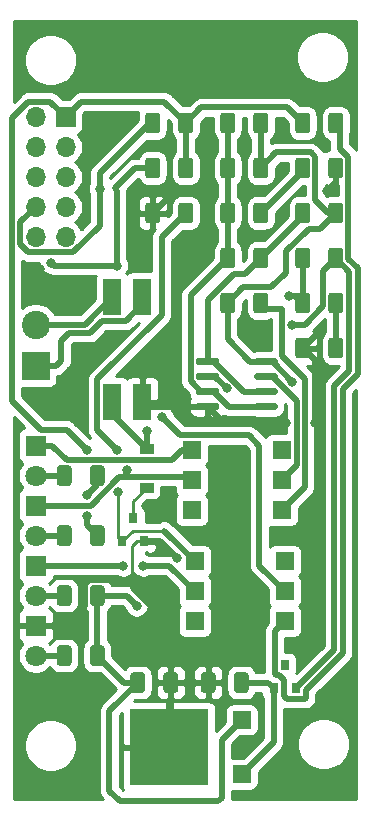
<source format=gbr>
%TF.GenerationSoftware,KiCad,Pcbnew,(5.1.6)-1*%
%TF.CreationDate,2021-02-04T13:19:07+01:00*%
%TF.ProjectId,ebus,65627573-2e6b-4696-9361-645f70636258,rev?*%
%TF.SameCoordinates,Original*%
%TF.FileFunction,Copper,L1,Top*%
%TF.FilePolarity,Positive*%
%FSLAX46Y46*%
G04 Gerber Fmt 4.6, Leading zero omitted, Abs format (unit mm)*
G04 Created by KiCad (PCBNEW (5.1.6)-1) date 2021-02-04 13:19:07*
%MOMM*%
%LPD*%
G01*
G04 APERTURE LIST*
%TA.AperFunction,SMDPad,CuDef*%
%ADD10R,6.700000X6.500000*%
%TD*%
%TA.AperFunction,SMDPad,CuDef*%
%ADD11R,1.600000X1.500000*%
%TD*%
%TA.AperFunction,ComponentPad*%
%ADD12O,1.700000X1.700000*%
%TD*%
%TA.AperFunction,ComponentPad*%
%ADD13R,1.700000X1.700000*%
%TD*%
%TA.AperFunction,SMDPad,CuDef*%
%ADD14R,1.600000X1.600000*%
%TD*%
%TA.AperFunction,SMDPad,CuDef*%
%ADD15R,0.800000X0.900000*%
%TD*%
%TA.AperFunction,SMDPad,CuDef*%
%ADD16R,1.600000X3.100000*%
%TD*%
%TA.AperFunction,SMDPad,CuDef*%
%ADD17R,1.200000X0.900000*%
%TD*%
%TA.AperFunction,ComponentPad*%
%ADD18C,2.400000*%
%TD*%
%TA.AperFunction,ComponentPad*%
%ADD19R,2.400000X2.400000*%
%TD*%
%TA.AperFunction,ComponentPad*%
%ADD20C,1.800000*%
%TD*%
%TA.AperFunction,ComponentPad*%
%ADD21R,1.800000X1.800000*%
%TD*%
%TA.AperFunction,ViaPad*%
%ADD22C,0.800000*%
%TD*%
%TA.AperFunction,Conductor*%
%ADD23C,0.500000*%
%TD*%
%TA.AperFunction,Conductor*%
%ADD24C,0.250000*%
%TD*%
%TA.AperFunction,Conductor*%
%ADD25C,0.254000*%
%TD*%
G04 APERTURE END LIST*
D10*
%TO.P,U3,2*%
%TO.N,GNDD*%
X76813000Y-144907000D03*
D11*
%TO.P,U3,3*%
%TO.N,+5V*%
X82963000Y-142607000D03*
%TO.P,U3,1*%
%TO.N,Net-(C1-Pad1)*%
X82963000Y-147207000D03*
%TD*%
D12*
%TO.P,J3,10*%
%TO.N,TX*%
X65532000Y-101727000D03*
%TO.P,J3,9*%
%TO.N,N/C*%
X68072000Y-101727000D03*
%TO.P,J3,8*%
%TO.N,RX*%
X65532000Y-99187000D03*
%TO.P,J3,7*%
%TO.N,N/C*%
X68072000Y-99187000D03*
%TO.P,J3,6*%
%TO.N,GNDREF*%
X65532000Y-96647000D03*
%TO.P,J3,5*%
%TO.N,N/C*%
X68072000Y-96647000D03*
%TO.P,J3,4*%
X65532000Y-94107000D03*
%TO.P,J3,3*%
X68072000Y-94107000D03*
%TO.P,J3,2*%
X65532000Y-91567000D03*
D13*
%TO.P,J3,1*%
%TO.N,+3V3*%
X68072000Y-91567000D03*
%TD*%
D14*
%TO.P,U4,6*%
%TO.N,N/C*%
X78740000Y-124841000D03*
%TO.P,U4,3*%
X86360000Y-119761000D03*
%TO.P,U4,5*%
%TO.N,RX*%
X78740000Y-122301000D03*
%TO.P,U4,2*%
%TO.N,Net-(U1-Pad7)*%
X86360000Y-122301000D03*
%TO.P,U4,4*%
%TO.N,GNDREF*%
X78740000Y-119761000D03*
%TO.P,U4,1*%
%TO.N,Net-(R14-Pad1)*%
X86360000Y-124841000D03*
%TD*%
%TO.P,U2,6*%
%TO.N,N/C*%
X78994000Y-134239000D03*
%TO.P,U2,3*%
X86614000Y-129159000D03*
%TO.P,U2,5*%
%TO.N,Net-(D2-Pad1)*%
X78994000Y-131699000D03*
%TO.P,U2,2*%
%TO.N,TX*%
X86614000Y-131699000D03*
%TO.P,U2,4*%
%TO.N,Net-(Q1-Pad1)*%
X78994000Y-129159000D03*
%TO.P,U2,1*%
%TO.N,Net-(R13-Pad2)*%
X86614000Y-134239000D03*
%TD*%
%TO.P,U1,8*%
%TO.N,+5V*%
%TA.AperFunction,SMDPad,CuDef*%
G36*
G01*
X84050000Y-112418000D02*
X84050000Y-112118000D01*
G75*
G02*
X84200000Y-111968000I150000J0D01*
G01*
X85850000Y-111968000D01*
G75*
G02*
X86000000Y-112118000I0J-150000D01*
G01*
X86000000Y-112418000D01*
G75*
G02*
X85850000Y-112568000I-150000J0D01*
G01*
X84200000Y-112568000D01*
G75*
G02*
X84050000Y-112418000I0J150000D01*
G01*
G37*
%TD.AperFunction*%
%TO.P,U1,7*%
%TO.N,Net-(U1-Pad7)*%
%TA.AperFunction,SMDPad,CuDef*%
G36*
G01*
X84050000Y-113688000D02*
X84050000Y-113388000D01*
G75*
G02*
X84200000Y-113238000I150000J0D01*
G01*
X85850000Y-113238000D01*
G75*
G02*
X86000000Y-113388000I0J-150000D01*
G01*
X86000000Y-113688000D01*
G75*
G02*
X85850000Y-113838000I-150000J0D01*
G01*
X84200000Y-113838000D01*
G75*
G02*
X84050000Y-113688000I0J150000D01*
G01*
G37*
%TD.AperFunction*%
%TO.P,U1,6*%
%TO.N,Net-(R10-Pad1)*%
%TA.AperFunction,SMDPad,CuDef*%
G36*
G01*
X84050000Y-114958000D02*
X84050000Y-114658000D01*
G75*
G02*
X84200000Y-114508000I150000J0D01*
G01*
X85850000Y-114508000D01*
G75*
G02*
X86000000Y-114658000I0J-150000D01*
G01*
X86000000Y-114958000D01*
G75*
G02*
X85850000Y-115108000I-150000J0D01*
G01*
X84200000Y-115108000D01*
G75*
G02*
X84050000Y-114958000I0J150000D01*
G01*
G37*
%TD.AperFunction*%
%TO.P,U1,5*%
%TO.N,Net-(R10-Pad2)*%
%TA.AperFunction,SMDPad,CuDef*%
G36*
G01*
X84050000Y-116228000D02*
X84050000Y-115928000D01*
G75*
G02*
X84200000Y-115778000I150000J0D01*
G01*
X85850000Y-115778000D01*
G75*
G02*
X86000000Y-115928000I0J-150000D01*
G01*
X86000000Y-116228000D01*
G75*
G02*
X85850000Y-116378000I-150000J0D01*
G01*
X84200000Y-116378000D01*
G75*
G02*
X84050000Y-116228000I0J150000D01*
G01*
G37*
%TD.AperFunction*%
%TO.P,U1,4*%
%TO.N,GNDD*%
%TA.AperFunction,SMDPad,CuDef*%
G36*
G01*
X79100000Y-116228000D02*
X79100000Y-115928000D01*
G75*
G02*
X79250000Y-115778000I150000J0D01*
G01*
X80900000Y-115778000D01*
G75*
G02*
X81050000Y-115928000I0J-150000D01*
G01*
X81050000Y-116228000D01*
G75*
G02*
X80900000Y-116378000I-150000J0D01*
G01*
X79250000Y-116378000D01*
G75*
G02*
X79100000Y-116228000I0J150000D01*
G01*
G37*
%TD.AperFunction*%
%TO.P,U1,3*%
%TO.N,Net-(R10-Pad2)*%
%TA.AperFunction,SMDPad,CuDef*%
G36*
G01*
X79100000Y-114958000D02*
X79100000Y-114658000D01*
G75*
G02*
X79250000Y-114508000I150000J0D01*
G01*
X80900000Y-114508000D01*
G75*
G02*
X81050000Y-114658000I0J-150000D01*
G01*
X81050000Y-114958000D01*
G75*
G02*
X80900000Y-115108000I-150000J0D01*
G01*
X79250000Y-115108000D01*
G75*
G02*
X79100000Y-114958000I0J150000D01*
G01*
G37*
%TD.AperFunction*%
%TO.P,U1,2*%
%TO.N,Net-(R3-Pad1)*%
%TA.AperFunction,SMDPad,CuDef*%
G36*
G01*
X79100000Y-113688000D02*
X79100000Y-113388000D01*
G75*
G02*
X79250000Y-113238000I150000J0D01*
G01*
X80900000Y-113238000D01*
G75*
G02*
X81050000Y-113388000I0J-150000D01*
G01*
X81050000Y-113688000D01*
G75*
G02*
X80900000Y-113838000I-150000J0D01*
G01*
X79250000Y-113838000D01*
G75*
G02*
X79100000Y-113688000I0J150000D01*
G01*
G37*
%TD.AperFunction*%
%TO.P,U1,1*%
%TO.N,Net-(R10-Pad1)*%
%TA.AperFunction,SMDPad,CuDef*%
G36*
G01*
X79100000Y-112418000D02*
X79100000Y-112118000D01*
G75*
G02*
X79250000Y-111968000I150000J0D01*
G01*
X80900000Y-111968000D01*
G75*
G02*
X81050000Y-112118000I0J-150000D01*
G01*
X81050000Y-112418000D01*
G75*
G02*
X80900000Y-112568000I-150000J0D01*
G01*
X79250000Y-112568000D01*
G75*
G02*
X79100000Y-112418000I0J150000D01*
G01*
G37*
%TD.AperFunction*%
%TD*%
D15*
%TO.P,Q1,3*%
%TO.N,Net-(D1-Pad2)*%
X73787000Y-125492000D03*
%TO.P,Q1,2*%
%TO.N,GNDD*%
X74737000Y-127492000D03*
%TO.P,Q1,1*%
%TO.N,Net-(Q1-Pad1)*%
X72837000Y-127492000D03*
%TD*%
%TO.P,D7,3*%
%TO.N,N/C*%
X86614000Y-137938000D03*
%TO.P,D7,2*%
%TO.N,SIGNAL*%
X87564000Y-139938000D03*
%TO.P,D7,1*%
%TO.N,Net-(C1-Pad1)*%
X85664000Y-139938000D03*
%TD*%
D16*
%TO.P,D3,4*%
%TO.N,Net-(D3-Pad4)*%
X72009000Y-106807000D03*
%TO.P,D3,2*%
%TO.N,GNDD*%
X74549000Y-115697000D03*
%TO.P,D3,3*%
%TO.N,Net-(D3-Pad3)*%
X74549000Y-106807000D03*
%TO.P,D3,1*%
%TO.N,SIGNAL*%
X72009000Y-115697000D03*
%TD*%
D17*
%TO.P,D1,2*%
%TO.N,Net-(D1-Pad2)*%
X74930000Y-122935000D03*
%TO.P,D1,1*%
%TO.N,SIGNAL*%
X74930000Y-119635000D03*
%TD*%
%TO.P,R19,2*%
%TO.N,+3V3*%
%TA.AperFunction,SMDPad,CuDef*%
G36*
G01*
X70117000Y-122545000D02*
X70117000Y-121295000D01*
G75*
G02*
X70367000Y-121045000I250000J0D01*
G01*
X71117000Y-121045000D01*
G75*
G02*
X71367000Y-121295000I0J-250000D01*
G01*
X71367000Y-122545000D01*
G75*
G02*
X71117000Y-122795000I-250000J0D01*
G01*
X70367000Y-122795000D01*
G75*
G02*
X70117000Y-122545000I0J250000D01*
G01*
G37*
%TD.AperFunction*%
%TO.P,R19,1*%
%TO.N,Net-(D6-Pad2)*%
%TA.AperFunction,SMDPad,CuDef*%
G36*
G01*
X67317000Y-122545000D02*
X67317000Y-121295000D01*
G75*
G02*
X67567000Y-121045000I250000J0D01*
G01*
X68317000Y-121045000D01*
G75*
G02*
X68567000Y-121295000I0J-250000D01*
G01*
X68567000Y-122545000D01*
G75*
G02*
X68317000Y-122795000I-250000J0D01*
G01*
X67567000Y-122795000D01*
G75*
G02*
X67317000Y-122545000I0J250000D01*
G01*
G37*
%TD.AperFunction*%
%TD*%
%TO.P,R17,2*%
%TO.N,+5V*%
%TA.AperFunction,SMDPad,CuDef*%
G36*
G01*
X70117000Y-137785000D02*
X70117000Y-136535000D01*
G75*
G02*
X70367000Y-136285000I250000J0D01*
G01*
X71117000Y-136285000D01*
G75*
G02*
X71367000Y-136535000I0J-250000D01*
G01*
X71367000Y-137785000D01*
G75*
G02*
X71117000Y-138035000I-250000J0D01*
G01*
X70367000Y-138035000D01*
G75*
G02*
X70117000Y-137785000I0J250000D01*
G01*
G37*
%TD.AperFunction*%
%TO.P,R17,1*%
%TO.N,Net-(D5-Pad2)*%
%TA.AperFunction,SMDPad,CuDef*%
G36*
G01*
X67317000Y-137785000D02*
X67317000Y-136535000D01*
G75*
G02*
X67567000Y-136285000I250000J0D01*
G01*
X68317000Y-136285000D01*
G75*
G02*
X68567000Y-136535000I0J-250000D01*
G01*
X68567000Y-137785000D01*
G75*
G02*
X68317000Y-138035000I-250000J0D01*
G01*
X67567000Y-138035000D01*
G75*
G02*
X67317000Y-137785000I0J250000D01*
G01*
G37*
%TD.AperFunction*%
%TD*%
%TO.P,R16,2*%
%TO.N,+3V3*%
%TA.AperFunction,SMDPad,CuDef*%
G36*
G01*
X70117000Y-127625000D02*
X70117000Y-126375000D01*
G75*
G02*
X70367000Y-126125000I250000J0D01*
G01*
X71117000Y-126125000D01*
G75*
G02*
X71367000Y-126375000I0J-250000D01*
G01*
X71367000Y-127625000D01*
G75*
G02*
X71117000Y-127875000I-250000J0D01*
G01*
X70367000Y-127875000D01*
G75*
G02*
X70117000Y-127625000I0J250000D01*
G01*
G37*
%TD.AperFunction*%
%TO.P,R16,1*%
%TO.N,Net-(D4-Pad2)*%
%TA.AperFunction,SMDPad,CuDef*%
G36*
G01*
X67317000Y-127625000D02*
X67317000Y-126375000D01*
G75*
G02*
X67567000Y-126125000I250000J0D01*
G01*
X68317000Y-126125000D01*
G75*
G02*
X68567000Y-126375000I0J-250000D01*
G01*
X68567000Y-127625000D01*
G75*
G02*
X68317000Y-127875000I-250000J0D01*
G01*
X67567000Y-127875000D01*
G75*
G02*
X67317000Y-127625000I0J250000D01*
G01*
G37*
%TD.AperFunction*%
%TD*%
%TO.P,R15,2*%
%TO.N,+3V3*%
%TA.AperFunction,SMDPad,CuDef*%
G36*
G01*
X77610000Y-92700000D02*
X77610000Y-91450000D01*
G75*
G02*
X77860000Y-91200000I250000J0D01*
G01*
X78610000Y-91200000D01*
G75*
G02*
X78860000Y-91450000I0J-250000D01*
G01*
X78860000Y-92700000D01*
G75*
G02*
X78610000Y-92950000I-250000J0D01*
G01*
X77860000Y-92950000D01*
G75*
G02*
X77610000Y-92700000I0J250000D01*
G01*
G37*
%TD.AperFunction*%
%TO.P,R15,1*%
%TO.N,RX*%
%TA.AperFunction,SMDPad,CuDef*%
G36*
G01*
X74810000Y-92700000D02*
X74810000Y-91450000D01*
G75*
G02*
X75060000Y-91200000I250000J0D01*
G01*
X75810000Y-91200000D01*
G75*
G02*
X76060000Y-91450000I0J-250000D01*
G01*
X76060000Y-92700000D01*
G75*
G02*
X75810000Y-92950000I-250000J0D01*
G01*
X75060000Y-92950000D01*
G75*
G02*
X74810000Y-92700000I0J250000D01*
G01*
G37*
%TD.AperFunction*%
%TD*%
%TO.P,R14,2*%
%TO.N,+5V*%
%TA.AperFunction,SMDPad,CuDef*%
G36*
G01*
X82410000Y-106690000D02*
X82410000Y-107940000D01*
G75*
G02*
X82160000Y-108190000I-250000J0D01*
G01*
X81410000Y-108190000D01*
G75*
G02*
X81160000Y-107940000I0J250000D01*
G01*
X81160000Y-106690000D01*
G75*
G02*
X81410000Y-106440000I250000J0D01*
G01*
X82160000Y-106440000D01*
G75*
G02*
X82410000Y-106690000I0J-250000D01*
G01*
G37*
%TD.AperFunction*%
%TO.P,R14,1*%
%TO.N,Net-(R14-Pad1)*%
%TA.AperFunction,SMDPad,CuDef*%
G36*
G01*
X85210000Y-106690000D02*
X85210000Y-107940000D01*
G75*
G02*
X84960000Y-108190000I-250000J0D01*
G01*
X84210000Y-108190000D01*
G75*
G02*
X83960000Y-107940000I0J250000D01*
G01*
X83960000Y-106690000D01*
G75*
G02*
X84210000Y-106440000I250000J0D01*
G01*
X84960000Y-106440000D01*
G75*
G02*
X85210000Y-106690000I0J-250000D01*
G01*
G37*
%TD.AperFunction*%
%TD*%
%TO.P,R13,2*%
%TO.N,Net-(R13-Pad2)*%
%TA.AperFunction,SMDPad,CuDef*%
G36*
G01*
X90310000Y-92700000D02*
X90310000Y-91450000D01*
G75*
G02*
X90560000Y-91200000I250000J0D01*
G01*
X91310000Y-91200000D01*
G75*
G02*
X91560000Y-91450000I0J-250000D01*
G01*
X91560000Y-92700000D01*
G75*
G02*
X91310000Y-92950000I-250000J0D01*
G01*
X90560000Y-92950000D01*
G75*
G02*
X90310000Y-92700000I0J250000D01*
G01*
G37*
%TD.AperFunction*%
%TO.P,R13,1*%
%TO.N,+3V3*%
%TA.AperFunction,SMDPad,CuDef*%
G36*
G01*
X87510000Y-92700000D02*
X87510000Y-91450000D01*
G75*
G02*
X87760000Y-91200000I250000J0D01*
G01*
X88510000Y-91200000D01*
G75*
G02*
X88760000Y-91450000I0J-250000D01*
G01*
X88760000Y-92700000D01*
G75*
G02*
X88510000Y-92950000I-250000J0D01*
G01*
X87760000Y-92950000D01*
G75*
G02*
X87510000Y-92700000I0J250000D01*
G01*
G37*
%TD.AperFunction*%
%TD*%
%TO.P,R12,2*%
%TO.N,+3V3*%
%TA.AperFunction,SMDPad,CuDef*%
G36*
G01*
X77610000Y-96510000D02*
X77610000Y-95260000D01*
G75*
G02*
X77860000Y-95010000I250000J0D01*
G01*
X78610000Y-95010000D01*
G75*
G02*
X78860000Y-95260000I0J-250000D01*
G01*
X78860000Y-96510000D01*
G75*
G02*
X78610000Y-96760000I-250000J0D01*
G01*
X77860000Y-96760000D01*
G75*
G02*
X77610000Y-96510000I0J250000D01*
G01*
G37*
%TD.AperFunction*%
%TO.P,R12,1*%
%TO.N,TX*%
%TA.AperFunction,SMDPad,CuDef*%
G36*
G01*
X74810000Y-96510000D02*
X74810000Y-95260000D01*
G75*
G02*
X75060000Y-95010000I250000J0D01*
G01*
X75810000Y-95010000D01*
G75*
G02*
X76060000Y-95260000I0J-250000D01*
G01*
X76060000Y-96510000D01*
G75*
G02*
X75810000Y-96760000I-250000J0D01*
G01*
X75060000Y-96760000D01*
G75*
G02*
X74810000Y-96510000I0J250000D01*
G01*
G37*
%TD.AperFunction*%
%TD*%
%TO.P,R11,2*%
%TO.N,+5V*%
%TA.AperFunction,SMDPad,CuDef*%
G36*
G01*
X90310000Y-100320000D02*
X90310000Y-99070000D01*
G75*
G02*
X90560000Y-98820000I250000J0D01*
G01*
X91310000Y-98820000D01*
G75*
G02*
X91560000Y-99070000I0J-250000D01*
G01*
X91560000Y-100320000D01*
G75*
G02*
X91310000Y-100570000I-250000J0D01*
G01*
X90560000Y-100570000D01*
G75*
G02*
X90310000Y-100320000I0J250000D01*
G01*
G37*
%TD.AperFunction*%
%TO.P,R11,1*%
%TO.N,Net-(R10-Pad1)*%
%TA.AperFunction,SMDPad,CuDef*%
G36*
G01*
X87510000Y-100320000D02*
X87510000Y-99070000D01*
G75*
G02*
X87760000Y-98820000I250000J0D01*
G01*
X88510000Y-98820000D01*
G75*
G02*
X88760000Y-99070000I0J-250000D01*
G01*
X88760000Y-100320000D01*
G75*
G02*
X88510000Y-100570000I-250000J0D01*
G01*
X87760000Y-100570000D01*
G75*
G02*
X87510000Y-100320000I0J250000D01*
G01*
G37*
%TD.AperFunction*%
%TD*%
%TO.P,R10,2*%
%TO.N,Net-(R10-Pad2)*%
%TA.AperFunction,SMDPad,CuDef*%
G36*
G01*
X82410000Y-102880000D02*
X82410000Y-104130000D01*
G75*
G02*
X82160000Y-104380000I-250000J0D01*
G01*
X81410000Y-104380000D01*
G75*
G02*
X81160000Y-104130000I0J250000D01*
G01*
X81160000Y-102880000D01*
G75*
G02*
X81410000Y-102630000I250000J0D01*
G01*
X82160000Y-102630000D01*
G75*
G02*
X82410000Y-102880000I0J-250000D01*
G01*
G37*
%TD.AperFunction*%
%TO.P,R10,1*%
%TO.N,Net-(R10-Pad1)*%
%TA.AperFunction,SMDPad,CuDef*%
G36*
G01*
X85210000Y-102880000D02*
X85210000Y-104130000D01*
G75*
G02*
X84960000Y-104380000I-250000J0D01*
G01*
X84210000Y-104380000D01*
G75*
G02*
X83960000Y-104130000I0J250000D01*
G01*
X83960000Y-102880000D01*
G75*
G02*
X84210000Y-102630000I250000J0D01*
G01*
X84960000Y-102630000D01*
G75*
G02*
X85210000Y-102880000I0J-250000D01*
G01*
G37*
%TD.AperFunction*%
%TD*%
%TO.P,R9,2*%
%TO.N,+5V*%
%TA.AperFunction,SMDPad,CuDef*%
G36*
G01*
X83960000Y-96510000D02*
X83960000Y-95260000D01*
G75*
G02*
X84210000Y-95010000I250000J0D01*
G01*
X84960000Y-95010000D01*
G75*
G02*
X85210000Y-95260000I0J-250000D01*
G01*
X85210000Y-96510000D01*
G75*
G02*
X84960000Y-96760000I-250000J0D01*
G01*
X84210000Y-96760000D01*
G75*
G02*
X83960000Y-96510000I0J250000D01*
G01*
G37*
%TD.AperFunction*%
%TO.P,R9,1*%
%TO.N,Net-(R10-Pad2)*%
%TA.AperFunction,SMDPad,CuDef*%
G36*
G01*
X81160000Y-96510000D02*
X81160000Y-95260000D01*
G75*
G02*
X81410000Y-95010000I250000J0D01*
G01*
X82160000Y-95010000D01*
G75*
G02*
X82410000Y-95260000I0J-250000D01*
G01*
X82410000Y-96510000D01*
G75*
G02*
X82160000Y-96760000I-250000J0D01*
G01*
X81410000Y-96760000D01*
G75*
G02*
X81160000Y-96510000I0J250000D01*
G01*
G37*
%TD.AperFunction*%
%TD*%
%TO.P,R8,2*%
%TO.N,+5V*%
%TA.AperFunction,SMDPad,CuDef*%
G36*
G01*
X83960000Y-92700000D02*
X83960000Y-91450000D01*
G75*
G02*
X84210000Y-91200000I250000J0D01*
G01*
X84960000Y-91200000D01*
G75*
G02*
X85210000Y-91450000I0J-250000D01*
G01*
X85210000Y-92700000D01*
G75*
G02*
X84960000Y-92950000I-250000J0D01*
G01*
X84210000Y-92950000D01*
G75*
G02*
X83960000Y-92700000I0J250000D01*
G01*
G37*
%TD.AperFunction*%
%TO.P,R8,1*%
%TO.N,Net-(R10-Pad2)*%
%TA.AperFunction,SMDPad,CuDef*%
G36*
G01*
X81160000Y-92700000D02*
X81160000Y-91450000D01*
G75*
G02*
X81410000Y-91200000I250000J0D01*
G01*
X82160000Y-91200000D01*
G75*
G02*
X82410000Y-91450000I0J-250000D01*
G01*
X82410000Y-92700000D01*
G75*
G02*
X82160000Y-92950000I-250000J0D01*
G01*
X81410000Y-92950000D01*
G75*
G02*
X81160000Y-92700000I0J250000D01*
G01*
G37*
%TD.AperFunction*%
%TD*%
%TO.P,R7,2*%
%TO.N,Net-(R2-Pad1)*%
%TA.AperFunction,SMDPad,CuDef*%
G36*
G01*
X83960000Y-100320000D02*
X83960000Y-99070000D01*
G75*
G02*
X84210000Y-98820000I250000J0D01*
G01*
X84960000Y-98820000D01*
G75*
G02*
X85210000Y-99070000I0J-250000D01*
G01*
X85210000Y-100320000D01*
G75*
G02*
X84960000Y-100570000I-250000J0D01*
G01*
X84210000Y-100570000D01*
G75*
G02*
X83960000Y-100320000I0J250000D01*
G01*
G37*
%TD.AperFunction*%
%TO.P,R7,1*%
%TO.N,Net-(R10-Pad2)*%
%TA.AperFunction,SMDPad,CuDef*%
G36*
G01*
X81160000Y-100320000D02*
X81160000Y-99070000D01*
G75*
G02*
X81410000Y-98820000I250000J0D01*
G01*
X82160000Y-98820000D01*
G75*
G02*
X82410000Y-99070000I0J-250000D01*
G01*
X82410000Y-100320000D01*
G75*
G02*
X82160000Y-100570000I-250000J0D01*
G01*
X81410000Y-100570000D01*
G75*
G02*
X81160000Y-100320000I0J250000D01*
G01*
G37*
%TD.AperFunction*%
%TD*%
%TO.P,R6,2*%
%TO.N,+5V*%
%TA.AperFunction,SMDPad,CuDef*%
G36*
G01*
X70117000Y-132705000D02*
X70117000Y-131455000D01*
G75*
G02*
X70367000Y-131205000I250000J0D01*
G01*
X71117000Y-131205000D01*
G75*
G02*
X71367000Y-131455000I0J-250000D01*
G01*
X71367000Y-132705000D01*
G75*
G02*
X71117000Y-132955000I-250000J0D01*
G01*
X70367000Y-132955000D01*
G75*
G02*
X70117000Y-132705000I0J250000D01*
G01*
G37*
%TD.AperFunction*%
%TO.P,R6,1*%
%TO.N,Net-(D2-Pad2)*%
%TA.AperFunction,SMDPad,CuDef*%
G36*
G01*
X67317000Y-132705000D02*
X67317000Y-131455000D01*
G75*
G02*
X67567000Y-131205000I250000J0D01*
G01*
X68317000Y-131205000D01*
G75*
G02*
X68567000Y-131455000I0J-250000D01*
G01*
X68567000Y-132705000D01*
G75*
G02*
X68317000Y-132955000I-250000J0D01*
G01*
X67567000Y-132955000D01*
G75*
G02*
X67317000Y-132705000I0J250000D01*
G01*
G37*
%TD.AperFunction*%
%TD*%
%TO.P,R5,2*%
%TO.N,Net-(R4-Pad1)*%
%TA.AperFunction,SMDPad,CuDef*%
G36*
G01*
X90310000Y-111750000D02*
X90310000Y-110500000D01*
G75*
G02*
X90560000Y-110250000I250000J0D01*
G01*
X91310000Y-110250000D01*
G75*
G02*
X91560000Y-110500000I0J-250000D01*
G01*
X91560000Y-111750000D01*
G75*
G02*
X91310000Y-112000000I-250000J0D01*
G01*
X90560000Y-112000000D01*
G75*
G02*
X90310000Y-111750000I0J250000D01*
G01*
G37*
%TD.AperFunction*%
%TO.P,R5,1*%
%TO.N,GNDD*%
%TA.AperFunction,SMDPad,CuDef*%
G36*
G01*
X87510000Y-111750000D02*
X87510000Y-110500000D01*
G75*
G02*
X87760000Y-110250000I250000J0D01*
G01*
X88510000Y-110250000D01*
G75*
G02*
X88760000Y-110500000I0J-250000D01*
G01*
X88760000Y-111750000D01*
G75*
G02*
X88510000Y-112000000I-250000J0D01*
G01*
X87760000Y-112000000D01*
G75*
G02*
X87510000Y-111750000I0J250000D01*
G01*
G37*
%TD.AperFunction*%
%TD*%
%TO.P,R4,2*%
%TO.N,Net-(R3-Pad1)*%
%TA.AperFunction,SMDPad,CuDef*%
G36*
G01*
X88760000Y-106690000D02*
X88760000Y-107940000D01*
G75*
G02*
X88510000Y-108190000I-250000J0D01*
G01*
X87760000Y-108190000D01*
G75*
G02*
X87510000Y-107940000I0J250000D01*
G01*
X87510000Y-106690000D01*
G75*
G02*
X87760000Y-106440000I250000J0D01*
G01*
X88510000Y-106440000D01*
G75*
G02*
X88760000Y-106690000I0J-250000D01*
G01*
G37*
%TD.AperFunction*%
%TO.P,R4,1*%
%TO.N,Net-(R4-Pad1)*%
%TA.AperFunction,SMDPad,CuDef*%
G36*
G01*
X91560000Y-106690000D02*
X91560000Y-107940000D01*
G75*
G02*
X91310000Y-108190000I-250000J0D01*
G01*
X90560000Y-108190000D01*
G75*
G02*
X90310000Y-107940000I0J250000D01*
G01*
X90310000Y-106690000D01*
G75*
G02*
X90560000Y-106440000I250000J0D01*
G01*
X91310000Y-106440000D01*
G75*
G02*
X91560000Y-106690000I0J-250000D01*
G01*
G37*
%TD.AperFunction*%
%TD*%
%TO.P,R3,2*%
%TO.N,SIGNAL*%
%TA.AperFunction,SMDPad,CuDef*%
G36*
G01*
X90310000Y-104130000D02*
X90310000Y-102880000D01*
G75*
G02*
X90560000Y-102630000I250000J0D01*
G01*
X91310000Y-102630000D01*
G75*
G02*
X91560000Y-102880000I0J-250000D01*
G01*
X91560000Y-104130000D01*
G75*
G02*
X91310000Y-104380000I-250000J0D01*
G01*
X90560000Y-104380000D01*
G75*
G02*
X90310000Y-104130000I0J250000D01*
G01*
G37*
%TD.AperFunction*%
%TO.P,R3,1*%
%TO.N,Net-(R3-Pad1)*%
%TA.AperFunction,SMDPad,CuDef*%
G36*
G01*
X87510000Y-104130000D02*
X87510000Y-102880000D01*
G75*
G02*
X87760000Y-102630000I250000J0D01*
G01*
X88510000Y-102630000D01*
G75*
G02*
X88760000Y-102880000I0J-250000D01*
G01*
X88760000Y-104130000D01*
G75*
G02*
X88510000Y-104380000I-250000J0D01*
G01*
X87760000Y-104380000D01*
G75*
G02*
X87510000Y-104130000I0J250000D01*
G01*
G37*
%TD.AperFunction*%
%TD*%
%TO.P,R2,2*%
%TO.N,GNDD*%
%TA.AperFunction,SMDPad,CuDef*%
G36*
G01*
X90310000Y-96510000D02*
X90310000Y-95260000D01*
G75*
G02*
X90560000Y-95010000I250000J0D01*
G01*
X91310000Y-95010000D01*
G75*
G02*
X91560000Y-95260000I0J-250000D01*
G01*
X91560000Y-96510000D01*
G75*
G02*
X91310000Y-96760000I-250000J0D01*
G01*
X90560000Y-96760000D01*
G75*
G02*
X90310000Y-96510000I0J250000D01*
G01*
G37*
%TD.AperFunction*%
%TO.P,R2,1*%
%TO.N,Net-(R2-Pad1)*%
%TA.AperFunction,SMDPad,CuDef*%
G36*
G01*
X87510000Y-96510000D02*
X87510000Y-95260000D01*
G75*
G02*
X87760000Y-95010000I250000J0D01*
G01*
X88510000Y-95010000D01*
G75*
G02*
X88760000Y-95260000I0J-250000D01*
G01*
X88760000Y-96510000D01*
G75*
G02*
X88510000Y-96760000I-250000J0D01*
G01*
X87760000Y-96760000D01*
G75*
G02*
X87510000Y-96510000I0J250000D01*
G01*
G37*
%TD.AperFunction*%
%TD*%
%TO.P,R1,2*%
%TO.N,GNDD*%
%TA.AperFunction,SMDPad,CuDef*%
G36*
G01*
X76060000Y-99070000D02*
X76060000Y-100320000D01*
G75*
G02*
X75810000Y-100570000I-250000J0D01*
G01*
X75060000Y-100570000D01*
G75*
G02*
X74810000Y-100320000I0J250000D01*
G01*
X74810000Y-99070000D01*
G75*
G02*
X75060000Y-98820000I250000J0D01*
G01*
X75810000Y-98820000D01*
G75*
G02*
X76060000Y-99070000I0J-250000D01*
G01*
G37*
%TD.AperFunction*%
%TO.P,R1,1*%
%TO.N,Net-(Q1-Pad1)*%
%TA.AperFunction,SMDPad,CuDef*%
G36*
G01*
X78860000Y-99070000D02*
X78860000Y-100320000D01*
G75*
G02*
X78610000Y-100570000I-250000J0D01*
G01*
X77860000Y-100570000D01*
G75*
G02*
X77610000Y-100320000I0J250000D01*
G01*
X77610000Y-99070000D01*
G75*
G02*
X77860000Y-98820000I250000J0D01*
G01*
X78610000Y-98820000D01*
G75*
G02*
X78860000Y-99070000I0J-250000D01*
G01*
G37*
%TD.AperFunction*%
%TD*%
%TO.P,C6,2*%
%TO.N,GNDD*%
%TA.AperFunction,SMDPad,CuDef*%
G36*
G01*
X76340000Y-140071000D02*
X76340000Y-138821000D01*
G75*
G02*
X76590000Y-138571000I250000J0D01*
G01*
X77340000Y-138571000D01*
G75*
G02*
X77590000Y-138821000I0J-250000D01*
G01*
X77590000Y-140071000D01*
G75*
G02*
X77340000Y-140321000I-250000J0D01*
G01*
X76590000Y-140321000D01*
G75*
G02*
X76340000Y-140071000I0J250000D01*
G01*
G37*
%TD.AperFunction*%
%TO.P,C6,1*%
%TO.N,+5V*%
%TA.AperFunction,SMDPad,CuDef*%
G36*
G01*
X73540000Y-140071000D02*
X73540000Y-138821000D01*
G75*
G02*
X73790000Y-138571000I250000J0D01*
G01*
X74540000Y-138571000D01*
G75*
G02*
X74790000Y-138821000I0J-250000D01*
G01*
X74790000Y-140071000D01*
G75*
G02*
X74540000Y-140321000I-250000J0D01*
G01*
X73790000Y-140321000D01*
G75*
G02*
X73540000Y-140071000I0J250000D01*
G01*
G37*
%TD.AperFunction*%
%TD*%
%TO.P,C1,2*%
%TO.N,GNDD*%
%TA.AperFunction,SMDPad,CuDef*%
G36*
G01*
X80759000Y-138821000D02*
X80759000Y-140071000D01*
G75*
G02*
X80509000Y-140321000I-250000J0D01*
G01*
X79759000Y-140321000D01*
G75*
G02*
X79509000Y-140071000I0J250000D01*
G01*
X79509000Y-138821000D01*
G75*
G02*
X79759000Y-138571000I250000J0D01*
G01*
X80509000Y-138571000D01*
G75*
G02*
X80759000Y-138821000I0J-250000D01*
G01*
G37*
%TD.AperFunction*%
%TO.P,C1,1*%
%TO.N,Net-(C1-Pad1)*%
%TA.AperFunction,SMDPad,CuDef*%
G36*
G01*
X83559000Y-138821000D02*
X83559000Y-140071000D01*
G75*
G02*
X83309000Y-140321000I-250000J0D01*
G01*
X82559000Y-140321000D01*
G75*
G02*
X82309000Y-140071000I0J250000D01*
G01*
X82309000Y-138821000D01*
G75*
G02*
X82559000Y-138571000I250000J0D01*
G01*
X83309000Y-138571000D01*
G75*
G02*
X83559000Y-138821000I0J-250000D01*
G01*
G37*
%TD.AperFunction*%
%TD*%
D18*
%TO.P,J1,2*%
%TO.N,Net-(D3-Pad4)*%
X65532000Y-109149000D03*
D19*
%TO.P,J1,1*%
%TO.N,Net-(D3-Pad3)*%
X65532000Y-112649000D03*
%TD*%
D20*
%TO.P,D6,2*%
%TO.N,Net-(D6-Pad2)*%
X65532000Y-121920000D03*
D21*
%TO.P,D6,1*%
%TO.N,GNDREF*%
X65532000Y-119380000D03*
%TD*%
D20*
%TO.P,D5,2*%
%TO.N,Net-(D5-Pad2)*%
X65532000Y-137160000D03*
D21*
%TO.P,D5,1*%
%TO.N,GNDD*%
X65532000Y-134620000D03*
%TD*%
D20*
%TO.P,D4,2*%
%TO.N,Net-(D4-Pad2)*%
X65532000Y-127000000D03*
D21*
%TO.P,D4,1*%
%TO.N,RX*%
X65532000Y-124460000D03*
%TD*%
D20*
%TO.P,D2,2*%
%TO.N,Net-(D2-Pad2)*%
X65532000Y-132080000D03*
D21*
%TO.P,D2,1*%
%TO.N,Net-(D2-Pad1)*%
X65532000Y-129540000D03*
%TD*%
D22*
%TO.N,GNDD*%
X86760001Y-117475000D03*
X89160011Y-117475000D03*
X90170000Y-97790000D03*
X76835000Y-98425000D03*
X89535000Y-109855000D03*
X85598000Y-147193000D03*
X72136000Y-92456000D03*
X65913000Y-104394000D03*
X66167000Y-115824000D03*
X84328000Y-88646000D03*
X85090000Y-101473000D03*
X83566000Y-109601000D03*
X77470000Y-128905000D03*
%TO.N,SIGNAL*%
X87210000Y-109134664D03*
X74930000Y-118110000D03*
%TO.N,+3V3*%
X69844942Y-123604942D03*
X69850000Y-125310000D03*
X69850000Y-119734990D03*
%TO.N,Net-(D2-Pad1)*%
X72937000Y-129540000D03*
X74637000Y-129540000D03*
%TO.N,RX*%
X73240000Y-121434990D03*
X70963459Y-97633459D03*
%TO.N,TX*%
X76200000Y-116928000D03*
X72390000Y-104140000D03*
X66802000Y-103886000D03*
%TO.N,Net-(Q1-Pad1)*%
X72390000Y-119734990D03*
X72527024Y-123327024D03*
%TO.N,Net-(R3-Pad1)*%
X81686731Y-114528269D03*
X86995000Y-106680000D03*
%TO.N,+5V*%
X74076458Y-132933542D03*
X87268813Y-114026187D03*
%TD*%
D23*
%TO.N,GNDD*%
X76965000Y-134620002D02*
X76965000Y-139446000D01*
X73787000Y-131442002D02*
X76965000Y-134620002D01*
X76965000Y-139446000D02*
X80134000Y-139446000D01*
X76965000Y-144755000D02*
X76813000Y-144907000D01*
X76965000Y-139446000D02*
X76965000Y-144755000D01*
X69666990Y-131165044D02*
X70077044Y-130754990D01*
X69666990Y-132994956D02*
X69666990Y-131165044D01*
X68041946Y-134620000D02*
X69666990Y-132994956D01*
X65532000Y-134620000D02*
X68041946Y-134620000D01*
X73787000Y-130937000D02*
X73787000Y-131442002D01*
X73604990Y-130754990D02*
X73787000Y-130937000D01*
X74930000Y-116078000D02*
X74549000Y-115697000D01*
X80075000Y-116078000D02*
X74930000Y-116078000D01*
X80075000Y-116078000D02*
X81472000Y-117475000D01*
X81472000Y-117475000D02*
X86760001Y-117475000D01*
X90935000Y-95885000D02*
X90935000Y-97025000D01*
X90935000Y-97025000D02*
X90170000Y-97790000D01*
X76705000Y-98425000D02*
X75435000Y-99695000D01*
X76835000Y-98425000D02*
X76705000Y-98425000D01*
X89405000Y-109855000D02*
X88135000Y-111125000D01*
X89535000Y-109855000D02*
X89405000Y-109855000D01*
X89160011Y-112150011D02*
X88135000Y-111125000D01*
X89160011Y-117475000D02*
X89160011Y-112150011D01*
X70077044Y-130754990D02*
X73350990Y-130754990D01*
X73350990Y-130754990D02*
X73604990Y-130754990D01*
X76057000Y-127492000D02*
X77470000Y-128905000D01*
X76057000Y-127492000D02*
X74737000Y-127492000D01*
D24*
X73662001Y-130697979D02*
X73604990Y-130754990D01*
X73662001Y-127916999D02*
X73662001Y-130697979D01*
X74087000Y-127492000D02*
X73662001Y-127916999D01*
X74737000Y-127492000D02*
X74087000Y-127492000D01*
D23*
%TO.N,SIGNAL*%
X72009000Y-116714000D02*
X74930000Y-119635000D01*
X72009000Y-115697000D02*
X72009000Y-116714000D01*
X88305302Y-109134664D02*
X87210000Y-109134664D01*
X89859990Y-107579976D02*
X88305302Y-109134664D01*
X90935000Y-103505000D02*
X89859990Y-104580010D01*
X89859990Y-104580010D02*
X89859990Y-107579976D01*
X74930000Y-118110000D02*
X74930000Y-119635000D01*
X87564000Y-139938000D02*
X90805000Y-136697000D01*
X90805000Y-136697000D02*
X90805000Y-114300000D01*
X90805000Y-114300000D02*
X92075000Y-113030000D01*
X92075000Y-104645000D02*
X90935000Y-103505000D01*
X92075000Y-113030000D02*
X92075000Y-104645000D01*
%TO.N,GNDREF*%
X77880035Y-119761000D02*
X78740000Y-119761000D01*
X77056045Y-120584990D02*
X77880035Y-119761000D01*
X66932000Y-119380000D02*
X68136990Y-120584990D01*
X68136990Y-120584990D02*
X77056045Y-120584990D01*
X65532000Y-119380000D02*
X66932000Y-119380000D01*
%TO.N,+3V3*%
X78235000Y-95885000D02*
X78235000Y-92075000D01*
X70742000Y-121920000D02*
X70742000Y-122707884D01*
X70742000Y-122707884D02*
X69844942Y-123604942D01*
X69850000Y-126108000D02*
X70742000Y-127000000D01*
X69850000Y-125310000D02*
X69850000Y-126108000D01*
X79560010Y-90749990D02*
X78235000Y-92075000D01*
X86809990Y-90749990D02*
X79560010Y-90749990D01*
X88135000Y-92075000D02*
X86809990Y-90749990D01*
X78235000Y-92075000D02*
X76426999Y-90266999D01*
X69372001Y-90266999D02*
X68072000Y-91567000D01*
X76426999Y-90266999D02*
X69372001Y-90266999D01*
X65959999Y-118029999D02*
X68145009Y-118029999D01*
X68072000Y-91567000D02*
X66771999Y-90266999D01*
X68145009Y-118029999D02*
X69850000Y-119734990D01*
X66771999Y-90266999D02*
X64907999Y-90266999D01*
X64907999Y-90266999D02*
X63500000Y-91674998D01*
X63500000Y-91674998D02*
X63500000Y-115570000D01*
X63500000Y-115570000D02*
X65959999Y-118029999D01*
D24*
%TO.N,Net-(D1-Pad2)*%
X73787000Y-124078000D02*
X74930000Y-122935000D01*
X73787000Y-125492000D02*
X73787000Y-124078000D01*
D23*
%TO.N,Net-(D2-Pad2)*%
X65532000Y-132080000D02*
X67942000Y-132080000D01*
%TO.N,Net-(D2-Pad1)*%
X65532000Y-129540000D02*
X72937000Y-129540000D01*
X76835000Y-129540000D02*
X78994000Y-131699000D01*
X74637000Y-129540000D02*
X76835000Y-129540000D01*
%TO.N,Net-(D3-Pad3)*%
X67232000Y-112649000D02*
X67691000Y-112190000D01*
X65532000Y-112649000D02*
X67232000Y-112649000D01*
X67691000Y-112190000D02*
X67691000Y-110490000D01*
X68331990Y-109849010D02*
X70109990Y-109849010D01*
X67691000Y-110490000D02*
X68331990Y-109849010D01*
X70109990Y-109849010D02*
X71120000Y-108839000D01*
X74549000Y-107427002D02*
X74549000Y-106807000D01*
X73137002Y-108839000D02*
X74549000Y-107427002D01*
X71120000Y-108839000D02*
X73137002Y-108839000D01*
%TO.N,Net-(D3-Pad4)*%
X69667000Y-109149000D02*
X72009000Y-106807000D01*
X65532000Y-109149000D02*
X69667000Y-109149000D01*
%TO.N,Net-(D4-Pad2)*%
X65532000Y-127000000D02*
X67942000Y-127000000D01*
%TO.N,RX*%
X70191966Y-124460000D02*
X65532000Y-124460000D01*
X72616967Y-122034999D02*
X70191966Y-124460000D01*
X78740000Y-122301000D02*
X78473999Y-122034999D01*
X73139999Y-121534991D02*
X73240000Y-121434990D01*
X73139999Y-122034999D02*
X73139999Y-121534991D01*
X73139999Y-122034999D02*
X72616967Y-122034999D01*
X78473999Y-122034999D02*
X73139999Y-122034999D01*
X75435000Y-92075000D02*
X75184000Y-92075000D01*
X70963459Y-97633459D02*
X70963459Y-96363459D01*
X70963459Y-96363459D02*
X70929500Y-96329500D01*
X75184000Y-92075000D02*
X70929500Y-96329500D01*
X64231999Y-100487001D02*
X65532000Y-99187000D01*
X64907999Y-103027001D02*
X64231999Y-102351001D01*
X64231999Y-102351001D02*
X64231999Y-100487001D01*
X68696001Y-103027001D02*
X64907999Y-103027001D01*
X70963459Y-100759543D02*
X68696001Y-103027001D01*
X70963459Y-97633459D02*
X70963459Y-100759543D01*
%TO.N,Net-(D5-Pad2)*%
X65532000Y-137160000D02*
X67942000Y-137160000D01*
%TO.N,Net-(D6-Pad2)*%
X65532000Y-121920000D02*
X67942000Y-121920000D01*
%TO.N,TX*%
X75435000Y-95885000D02*
X73914000Y-95885000D01*
X86614000Y-131699000D02*
X84455000Y-129540000D01*
X84455000Y-129540000D02*
X84455000Y-119380000D01*
X77782999Y-118510999D02*
X76200000Y-116928000D01*
X84455000Y-119380000D02*
X83585999Y-118510999D01*
X83585999Y-118510999D02*
X77782999Y-118510999D01*
X72390000Y-97790000D02*
X72199500Y-97599500D01*
X72390000Y-104140000D02*
X72390000Y-97790000D01*
X73914000Y-95885000D02*
X72199500Y-97599500D01*
X72390000Y-104140000D02*
X67056000Y-104140000D01*
X67056000Y-104140000D02*
X66802000Y-103886000D01*
%TO.N,Net-(Q1-Pad1)*%
X76426999Y-126591999D02*
X78994000Y-129159000D01*
X70758999Y-118103989D02*
X72390000Y-119734990D01*
X70758999Y-113786999D02*
X70758999Y-118103989D01*
X70758999Y-113786999D02*
X76200000Y-108345998D01*
X76200000Y-101730000D02*
X78235000Y-99695000D01*
X76200000Y-108345998D02*
X76200000Y-101730000D01*
%TO.N,Net-(R2-Pad1)*%
X88135000Y-96145000D02*
X84585000Y-99695000D01*
X88135000Y-95885000D02*
X88135000Y-96145000D01*
%TO.N,Net-(R3-Pad1)*%
X88135000Y-107315000D02*
X88135000Y-103505000D01*
X80628544Y-113538000D02*
X80075000Y-113538000D01*
X80696462Y-113538000D02*
X80075000Y-113538000D01*
X81686731Y-114528269D02*
X80696462Y-113538000D01*
X87500000Y-106680000D02*
X88135000Y-107315000D01*
X86995000Y-106680000D02*
X87500000Y-106680000D01*
%TO.N,Net-(R4-Pad1)*%
X90935000Y-111125000D02*
X90935000Y-107315000D01*
%TO.N,+5V*%
X73028000Y-139446000D02*
X70742000Y-137160000D01*
X74165000Y-139446000D02*
X73028000Y-139446000D01*
X70742000Y-137160000D02*
X70742000Y-132080000D01*
X71755000Y-148590000D02*
X71755000Y-141856000D01*
X81280000Y-144290000D02*
X81280000Y-149225000D01*
X80993010Y-149511990D02*
X72676990Y-149511990D01*
X82963000Y-142607000D02*
X81280000Y-144290000D01*
X81280000Y-149225000D02*
X80993010Y-149511990D01*
X71755000Y-141856000D02*
X74165000Y-139446000D01*
X72676990Y-149511990D02*
X71755000Y-148590000D01*
X84585000Y-92075000D02*
X84585000Y-95885000D01*
X89609990Y-101020010D02*
X90935000Y-99695000D01*
X88630024Y-101020010D02*
X89609990Y-101020010D01*
X86704946Y-102945088D02*
X88630024Y-101020010D01*
X85489956Y-105989990D02*
X86704946Y-104775000D01*
X86704946Y-104775000D02*
X86704946Y-102945088D01*
X83110010Y-105989990D02*
X85489956Y-105989990D01*
X81785000Y-107315000D02*
X83110010Y-105989990D01*
X85910010Y-94559990D02*
X84585000Y-95885000D01*
X88799956Y-94559990D02*
X85910010Y-94559990D01*
X89210010Y-94970044D02*
X88799956Y-94559990D01*
X89210010Y-98595010D02*
X89210010Y-94970044D01*
X90310000Y-99695000D02*
X89210010Y-98595010D01*
X90935000Y-99695000D02*
X90310000Y-99695000D01*
X85025000Y-112268000D02*
X83693000Y-112268000D01*
X81785000Y-110360000D02*
X81785000Y-107315000D01*
X83693000Y-112268000D02*
X81785000Y-110360000D01*
X70742000Y-132080000D02*
X73222916Y-132080000D01*
X73222916Y-132080000D02*
X74076458Y-132933542D01*
X85578544Y-112268000D02*
X85025000Y-112268000D01*
X87268813Y-113958269D02*
X85578544Y-112268000D01*
X87268813Y-114026187D02*
X87268813Y-113958269D01*
%TO.N,Net-(R10-Pad2)*%
X81785000Y-92075000D02*
X81785000Y-95885000D01*
X81785000Y-95885000D02*
X81785000Y-99695000D01*
X81785000Y-99695000D02*
X81785000Y-103505000D01*
X80628544Y-114808000D02*
X80075000Y-114808000D01*
X81898544Y-116078000D02*
X80628544Y-114808000D01*
X85025000Y-116078000D02*
X81898544Y-116078000D01*
X79521456Y-114808000D02*
X80075000Y-114808000D01*
X78649990Y-113936534D02*
X79521456Y-114808000D01*
X78649990Y-106640010D02*
X78649990Y-113936534D01*
X81785000Y-103505000D02*
X78649990Y-106640010D01*
%TO.N,Net-(R10-Pad1)*%
X88135000Y-99955000D02*
X84585000Y-103505000D01*
X88135000Y-99695000D02*
X88135000Y-99955000D01*
X80628544Y-112268000D02*
X80075000Y-112268000D01*
X83168544Y-114808000D02*
X80628544Y-112268000D01*
X85025000Y-114808000D02*
X83168544Y-114808000D01*
X83259990Y-104830010D02*
X84585000Y-103505000D01*
X82280024Y-104830010D02*
X83259990Y-104830010D01*
X80075000Y-107035034D02*
X82280024Y-104830010D01*
X80075000Y-112268000D02*
X80075000Y-107035034D01*
%TO.N,Net-(R13-Pad2)*%
X92010010Y-94970044D02*
X91273966Y-94234000D01*
X91273966Y-94234000D02*
X91273966Y-92413966D01*
X92010010Y-103590048D02*
X92010010Y-94970044D01*
X92775010Y-104355047D02*
X92010010Y-103590048D01*
X91273966Y-92413966D02*
X90935000Y-92075000D01*
X92775010Y-113319953D02*
X92775010Y-104355047D01*
X91505010Y-114589952D02*
X92775010Y-113319953D01*
X86133001Y-138838001D02*
X86514001Y-139219001D01*
X91505010Y-136986953D02*
X91505010Y-114589952D01*
X88324001Y-140838001D02*
X88414001Y-140748001D01*
X85763999Y-138748001D02*
X85853999Y-138838001D01*
X85763999Y-135089001D02*
X85763999Y-138748001D01*
X86614000Y-134239000D02*
X85763999Y-135089001D01*
X85853999Y-138838001D02*
X86133001Y-138838001D01*
X88414001Y-140748001D02*
X88414001Y-140077961D01*
X86514001Y-139219001D02*
X86514001Y-140548003D01*
X86514001Y-140548003D02*
X86803999Y-140838001D01*
X86803999Y-140838001D02*
X88324001Y-140838001D01*
X88414001Y-140077961D02*
X91505010Y-136986953D01*
%TO.N,Net-(R14-Pad1)*%
X86405011Y-109535021D02*
X86360000Y-109490010D01*
X86360000Y-124841000D02*
X88310011Y-122890989D01*
X85060010Y-107790010D02*
X84585000Y-107315000D01*
X86360000Y-107790010D02*
X85060010Y-107790010D01*
X86360000Y-111779456D02*
X86360000Y-109490010D01*
X88310011Y-113729467D02*
X86360000Y-111779456D01*
X88310011Y-122890989D02*
X88310011Y-113729467D01*
X86360000Y-107790010D02*
X86360000Y-109490010D01*
%TO.N,Net-(U1-Pad7)*%
X85578544Y-113538000D02*
X85025000Y-113538000D01*
X87610001Y-115569457D02*
X85578544Y-113538000D01*
X87610001Y-121050999D02*
X87610001Y-115569457D01*
X86360000Y-122301000D02*
X87610001Y-121050999D01*
%TO.N,Net-(C1-Pad1)*%
X85172000Y-139446000D02*
X85664000Y-139938000D01*
X82934000Y-139446000D02*
X85172000Y-139446000D01*
X85664000Y-144506000D02*
X85664000Y-139938000D01*
X82963000Y-147207000D02*
X85664000Y-144506000D01*
D24*
%TO.N,Net-(Q1-Pad1)*%
X73737001Y-126591999D02*
X72837000Y-127492000D01*
X76426999Y-126591999D02*
X73737001Y-126591999D01*
X72527024Y-127182024D02*
X72837000Y-127492000D01*
X72527024Y-123327024D02*
X72527024Y-127182024D01*
%TD*%
D25*
%TO.N,GNDD*%
G36*
X64530360Y-117851938D02*
G01*
X64507518Y-117854188D01*
X64387820Y-117890498D01*
X64277506Y-117949463D01*
X64180815Y-118028815D01*
X64101463Y-118125506D01*
X64042498Y-118235820D01*
X64006188Y-118355518D01*
X63993928Y-118480000D01*
X63993928Y-120280000D01*
X64006188Y-120404482D01*
X64042498Y-120524180D01*
X64101463Y-120634494D01*
X64180815Y-120731185D01*
X64277506Y-120810537D01*
X64387820Y-120869502D01*
X64406127Y-120875056D01*
X64339688Y-120941495D01*
X64171701Y-121192905D01*
X64055989Y-121472257D01*
X63997000Y-121768816D01*
X63997000Y-122071184D01*
X64055989Y-122367743D01*
X64171701Y-122647095D01*
X64339688Y-122898505D01*
X64406127Y-122964944D01*
X64387820Y-122970498D01*
X64277506Y-123029463D01*
X64180815Y-123108815D01*
X64101463Y-123205506D01*
X64042498Y-123315820D01*
X64006188Y-123435518D01*
X63993928Y-123560000D01*
X63993928Y-125360000D01*
X64006188Y-125484482D01*
X64042498Y-125604180D01*
X64101463Y-125714494D01*
X64180815Y-125811185D01*
X64277506Y-125890537D01*
X64387820Y-125949502D01*
X64406127Y-125955056D01*
X64339688Y-126021495D01*
X64171701Y-126272905D01*
X64055989Y-126552257D01*
X63997000Y-126848816D01*
X63997000Y-127151184D01*
X64055989Y-127447743D01*
X64171701Y-127727095D01*
X64339688Y-127978505D01*
X64406127Y-128044944D01*
X64387820Y-128050498D01*
X64277506Y-128109463D01*
X64180815Y-128188815D01*
X64101463Y-128285506D01*
X64042498Y-128395820D01*
X64006188Y-128515518D01*
X63993928Y-128640000D01*
X63993928Y-130440000D01*
X64006188Y-130564482D01*
X64042498Y-130684180D01*
X64101463Y-130794494D01*
X64180815Y-130891185D01*
X64277506Y-130970537D01*
X64387820Y-131029502D01*
X64406127Y-131035056D01*
X64339688Y-131101495D01*
X64171701Y-131352905D01*
X64055989Y-131632257D01*
X63997000Y-131928816D01*
X63997000Y-132231184D01*
X64055989Y-132527743D01*
X64171701Y-132807095D01*
X64339688Y-133058505D01*
X64406127Y-133124944D01*
X64387820Y-133130498D01*
X64277506Y-133189463D01*
X64180815Y-133268815D01*
X64101463Y-133365506D01*
X64042498Y-133475820D01*
X64006188Y-133595518D01*
X63993928Y-133720000D01*
X63997000Y-134334250D01*
X64155750Y-134493000D01*
X65405000Y-134493000D01*
X65405000Y-134473000D01*
X65659000Y-134473000D01*
X65659000Y-134493000D01*
X66908250Y-134493000D01*
X67067000Y-134334250D01*
X67070072Y-133720000D01*
X67057812Y-133595518D01*
X67021502Y-133475820D01*
X66962537Y-133365506D01*
X66883185Y-133268815D01*
X66786494Y-133189463D01*
X66676180Y-133130498D01*
X66657873Y-133124944D01*
X66724312Y-133058505D01*
X66742440Y-133031374D01*
X66746528Y-133044850D01*
X66828595Y-133198386D01*
X66939038Y-133332962D01*
X67073614Y-133443405D01*
X67227150Y-133525472D01*
X67393746Y-133576008D01*
X67567000Y-133593072D01*
X68317000Y-133593072D01*
X68490254Y-133576008D01*
X68656850Y-133525472D01*
X68810386Y-133443405D01*
X68944962Y-133332962D01*
X69055405Y-133198386D01*
X69137472Y-133044850D01*
X69188008Y-132878254D01*
X69205072Y-132705000D01*
X69205072Y-131455000D01*
X69188008Y-131281746D01*
X69137472Y-131115150D01*
X69055405Y-130961614D01*
X68944962Y-130827038D01*
X68810386Y-130716595D01*
X68656850Y-130634528D01*
X68490254Y-130583992D01*
X68317000Y-130566928D01*
X67567000Y-130566928D01*
X67393746Y-130583992D01*
X67227150Y-130634528D01*
X67073614Y-130716595D01*
X66939038Y-130827038D01*
X66828595Y-130961614D01*
X66746528Y-131115150D01*
X66742440Y-131128626D01*
X66724312Y-131101495D01*
X66657873Y-131035056D01*
X66676180Y-131029502D01*
X66786494Y-130970537D01*
X66883185Y-130891185D01*
X66962537Y-130794494D01*
X67021502Y-130684180D01*
X67057812Y-130564482D01*
X67070072Y-130440000D01*
X67070072Y-130425000D01*
X72398546Y-130425000D01*
X72446744Y-130457205D01*
X72635102Y-130535226D01*
X72835061Y-130575000D01*
X73038939Y-130575000D01*
X73238898Y-130535226D01*
X73427256Y-130457205D01*
X73596774Y-130343937D01*
X73740937Y-130199774D01*
X73787000Y-130130836D01*
X73833063Y-130199774D01*
X73977226Y-130343937D01*
X74146744Y-130457205D01*
X74335102Y-130535226D01*
X74535061Y-130575000D01*
X74738939Y-130575000D01*
X74938898Y-130535226D01*
X75127256Y-130457205D01*
X75175454Y-130425000D01*
X76468422Y-130425000D01*
X77555928Y-131512507D01*
X77555928Y-132499000D01*
X77568188Y-132623482D01*
X77604498Y-132743180D01*
X77663463Y-132853494D01*
X77742815Y-132950185D01*
X77765741Y-132969000D01*
X77742815Y-132987815D01*
X77663463Y-133084506D01*
X77604498Y-133194820D01*
X77568188Y-133314518D01*
X77555928Y-133439000D01*
X77555928Y-135039000D01*
X77568188Y-135163482D01*
X77604498Y-135283180D01*
X77663463Y-135393494D01*
X77742815Y-135490185D01*
X77839506Y-135569537D01*
X77949820Y-135628502D01*
X78069518Y-135664812D01*
X78194000Y-135677072D01*
X79794000Y-135677072D01*
X79918482Y-135664812D01*
X80038180Y-135628502D01*
X80148494Y-135569537D01*
X80245185Y-135490185D01*
X80324537Y-135393494D01*
X80383502Y-135283180D01*
X80419812Y-135163482D01*
X80432072Y-135039000D01*
X80432072Y-133439000D01*
X80419812Y-133314518D01*
X80383502Y-133194820D01*
X80324537Y-133084506D01*
X80245185Y-132987815D01*
X80222259Y-132969000D01*
X80245185Y-132950185D01*
X80324537Y-132853494D01*
X80383502Y-132743180D01*
X80419812Y-132623482D01*
X80432072Y-132499000D01*
X80432072Y-130899000D01*
X80419812Y-130774518D01*
X80383502Y-130654820D01*
X80324537Y-130544506D01*
X80245185Y-130447815D01*
X80222259Y-130429000D01*
X80245185Y-130410185D01*
X80324537Y-130313494D01*
X80383502Y-130203180D01*
X80419812Y-130083482D01*
X80432072Y-129959000D01*
X80432072Y-128359000D01*
X80419812Y-128234518D01*
X80383502Y-128114820D01*
X80324537Y-128004506D01*
X80245185Y-127907815D01*
X80148494Y-127828463D01*
X80038180Y-127769498D01*
X79918482Y-127733188D01*
X79794000Y-127720928D01*
X78807507Y-127720928D01*
X77022045Y-125935467D01*
X76921058Y-125852589D01*
X76767312Y-125770411D01*
X76600489Y-125719804D01*
X76426999Y-125702718D01*
X76253509Y-125719804D01*
X76086686Y-125770411D01*
X75971462Y-125831999D01*
X74825072Y-125831999D01*
X74825072Y-125042000D01*
X74812812Y-124917518D01*
X74776502Y-124797820D01*
X74717537Y-124687506D01*
X74638185Y-124590815D01*
X74547000Y-124515982D01*
X74547000Y-124392801D01*
X74916730Y-124023072D01*
X75530000Y-124023072D01*
X75654482Y-124010812D01*
X75774180Y-123974502D01*
X75884494Y-123915537D01*
X75981185Y-123836185D01*
X76060537Y-123739494D01*
X76119502Y-123629180D01*
X76155812Y-123509482D01*
X76168072Y-123385000D01*
X76168072Y-122919999D01*
X77301928Y-122919999D01*
X77301928Y-123101000D01*
X77314188Y-123225482D01*
X77350498Y-123345180D01*
X77409463Y-123455494D01*
X77488815Y-123552185D01*
X77511741Y-123571000D01*
X77488815Y-123589815D01*
X77409463Y-123686506D01*
X77350498Y-123796820D01*
X77314188Y-123916518D01*
X77301928Y-124041000D01*
X77301928Y-125641000D01*
X77314188Y-125765482D01*
X77350498Y-125885180D01*
X77409463Y-125995494D01*
X77488815Y-126092185D01*
X77585506Y-126171537D01*
X77695820Y-126230502D01*
X77815518Y-126266812D01*
X77940000Y-126279072D01*
X79540000Y-126279072D01*
X79664482Y-126266812D01*
X79784180Y-126230502D01*
X79894494Y-126171537D01*
X79991185Y-126092185D01*
X80070537Y-125995494D01*
X80129502Y-125885180D01*
X80165812Y-125765482D01*
X80178072Y-125641000D01*
X80178072Y-124041000D01*
X80165812Y-123916518D01*
X80129502Y-123796820D01*
X80070537Y-123686506D01*
X79991185Y-123589815D01*
X79968259Y-123571000D01*
X79991185Y-123552185D01*
X80070537Y-123455494D01*
X80129502Y-123345180D01*
X80165812Y-123225482D01*
X80178072Y-123101000D01*
X80178072Y-121501000D01*
X80165812Y-121376518D01*
X80129502Y-121256820D01*
X80070537Y-121146506D01*
X79991185Y-121049815D01*
X79968259Y-121031000D01*
X79991185Y-121012185D01*
X80070537Y-120915494D01*
X80129502Y-120805180D01*
X80165812Y-120685482D01*
X80178072Y-120561000D01*
X80178072Y-119395999D01*
X83219421Y-119395999D01*
X83570001Y-119746580D01*
X83570000Y-129496531D01*
X83565719Y-129540000D01*
X83570000Y-129583469D01*
X83570000Y-129583476D01*
X83582805Y-129713489D01*
X83633411Y-129880312D01*
X83715589Y-130034058D01*
X83826183Y-130168817D01*
X83859956Y-130196534D01*
X85175928Y-131512507D01*
X85175928Y-132499000D01*
X85188188Y-132623482D01*
X85224498Y-132743180D01*
X85283463Y-132853494D01*
X85362815Y-132950185D01*
X85385741Y-132969000D01*
X85362815Y-132987815D01*
X85283463Y-133084506D01*
X85224498Y-133194820D01*
X85188188Y-133314518D01*
X85175928Y-133439000D01*
X85175928Y-134425494D01*
X85168955Y-134432467D01*
X85135182Y-134460184D01*
X85024588Y-134594943D01*
X84942410Y-134748689D01*
X84891804Y-134915512D01*
X84878999Y-135045525D01*
X84878999Y-135045532D01*
X84874718Y-135089001D01*
X84878999Y-135132470D01*
X84879000Y-138561000D01*
X84153694Y-138561000D01*
X84129472Y-138481150D01*
X84047405Y-138327614D01*
X83936962Y-138193038D01*
X83802386Y-138082595D01*
X83648850Y-138000528D01*
X83482254Y-137949992D01*
X83309000Y-137932928D01*
X82559000Y-137932928D01*
X82385746Y-137949992D01*
X82219150Y-138000528D01*
X82065614Y-138082595D01*
X81931038Y-138193038D01*
X81820595Y-138327614D01*
X81738528Y-138481150D01*
X81687992Y-138647746D01*
X81670928Y-138821000D01*
X81670928Y-140071000D01*
X81687992Y-140244254D01*
X81738528Y-140410850D01*
X81820595Y-140564386D01*
X81931038Y-140698962D01*
X82065614Y-140809405D01*
X82219150Y-140891472D01*
X82385746Y-140942008D01*
X82559000Y-140959072D01*
X83309000Y-140959072D01*
X83482254Y-140942008D01*
X83648850Y-140891472D01*
X83802386Y-140809405D01*
X83936962Y-140698962D01*
X84047405Y-140564386D01*
X84129472Y-140410850D01*
X84153694Y-140331000D01*
X84625928Y-140331000D01*
X84625928Y-140388000D01*
X84638188Y-140512482D01*
X84674498Y-140632180D01*
X84733463Y-140742494D01*
X84779001Y-140797982D01*
X84779000Y-144139421D01*
X83099494Y-145818928D01*
X82165000Y-145818928D01*
X82165000Y-144656578D01*
X82826507Y-143995072D01*
X83763000Y-143995072D01*
X83887482Y-143982812D01*
X84007180Y-143946502D01*
X84117494Y-143887537D01*
X84214185Y-143808185D01*
X84293537Y-143711494D01*
X84352502Y-143601180D01*
X84388812Y-143481482D01*
X84401072Y-143357000D01*
X84401072Y-141857000D01*
X84388812Y-141732518D01*
X84352502Y-141612820D01*
X84293537Y-141502506D01*
X84214185Y-141405815D01*
X84117494Y-141326463D01*
X84007180Y-141267498D01*
X83887482Y-141231188D01*
X83763000Y-141218928D01*
X82163000Y-141218928D01*
X82038518Y-141231188D01*
X81918820Y-141267498D01*
X81808506Y-141326463D01*
X81711815Y-141405815D01*
X81632463Y-141502506D01*
X81573498Y-141612820D01*
X81537188Y-141732518D01*
X81524928Y-141857000D01*
X81524928Y-142793493D01*
X80799142Y-143519280D01*
X80801072Y-141657000D01*
X80788812Y-141532518D01*
X80752502Y-141412820D01*
X80693537Y-141302506D01*
X80614185Y-141205815D01*
X80517494Y-141126463D01*
X80407180Y-141067498D01*
X80287482Y-141031188D01*
X80163000Y-141018928D01*
X77098750Y-141022000D01*
X76940000Y-141180750D01*
X76940000Y-144780000D01*
X76960000Y-144780000D01*
X76960000Y-145034000D01*
X76940000Y-145034000D01*
X76940000Y-145054000D01*
X76686000Y-145054000D01*
X76686000Y-145034000D01*
X72986750Y-145034000D01*
X72828000Y-145192750D01*
X72824928Y-148157000D01*
X72837188Y-148281482D01*
X72873498Y-148401180D01*
X72932463Y-148511494D01*
X72952556Y-148535977D01*
X72640000Y-148223422D01*
X72640000Y-142222578D01*
X72825322Y-142037256D01*
X72828000Y-144621250D01*
X72986750Y-144780000D01*
X76686000Y-144780000D01*
X76686000Y-141180750D01*
X76527250Y-141022000D01*
X73843269Y-141019309D01*
X73903507Y-140959072D01*
X74540000Y-140959072D01*
X74713254Y-140942008D01*
X74879850Y-140891472D01*
X75033386Y-140809405D01*
X75167962Y-140698962D01*
X75278405Y-140564386D01*
X75360472Y-140410850D01*
X75387727Y-140321000D01*
X75701928Y-140321000D01*
X75714188Y-140445482D01*
X75750498Y-140565180D01*
X75809463Y-140675494D01*
X75888815Y-140772185D01*
X75985506Y-140851537D01*
X76095820Y-140910502D01*
X76215518Y-140946812D01*
X76340000Y-140959072D01*
X76679250Y-140956000D01*
X76838000Y-140797250D01*
X76838000Y-139573000D01*
X77092000Y-139573000D01*
X77092000Y-140797250D01*
X77250750Y-140956000D01*
X77590000Y-140959072D01*
X77714482Y-140946812D01*
X77834180Y-140910502D01*
X77944494Y-140851537D01*
X78041185Y-140772185D01*
X78120537Y-140675494D01*
X78179502Y-140565180D01*
X78215812Y-140445482D01*
X78228072Y-140321000D01*
X78870928Y-140321000D01*
X78883188Y-140445482D01*
X78919498Y-140565180D01*
X78978463Y-140675494D01*
X79057815Y-140772185D01*
X79154506Y-140851537D01*
X79264820Y-140910502D01*
X79384518Y-140946812D01*
X79509000Y-140959072D01*
X79848250Y-140956000D01*
X80007000Y-140797250D01*
X80007000Y-139573000D01*
X80261000Y-139573000D01*
X80261000Y-140797250D01*
X80419750Y-140956000D01*
X80759000Y-140959072D01*
X80883482Y-140946812D01*
X81003180Y-140910502D01*
X81113494Y-140851537D01*
X81210185Y-140772185D01*
X81289537Y-140675494D01*
X81348502Y-140565180D01*
X81384812Y-140445482D01*
X81397072Y-140321000D01*
X81394000Y-139731750D01*
X81235250Y-139573000D01*
X80261000Y-139573000D01*
X80007000Y-139573000D01*
X79032750Y-139573000D01*
X78874000Y-139731750D01*
X78870928Y-140321000D01*
X78228072Y-140321000D01*
X78225000Y-139731750D01*
X78066250Y-139573000D01*
X77092000Y-139573000D01*
X76838000Y-139573000D01*
X75863750Y-139573000D01*
X75705000Y-139731750D01*
X75701928Y-140321000D01*
X75387727Y-140321000D01*
X75411008Y-140244254D01*
X75428072Y-140071000D01*
X75428072Y-138821000D01*
X75411008Y-138647746D01*
X75387728Y-138571000D01*
X75701928Y-138571000D01*
X75705000Y-139160250D01*
X75863750Y-139319000D01*
X76838000Y-139319000D01*
X76838000Y-138094750D01*
X77092000Y-138094750D01*
X77092000Y-139319000D01*
X78066250Y-139319000D01*
X78225000Y-139160250D01*
X78228072Y-138571000D01*
X78870928Y-138571000D01*
X78874000Y-139160250D01*
X79032750Y-139319000D01*
X80007000Y-139319000D01*
X80007000Y-138094750D01*
X80261000Y-138094750D01*
X80261000Y-139319000D01*
X81235250Y-139319000D01*
X81394000Y-139160250D01*
X81397072Y-138571000D01*
X81384812Y-138446518D01*
X81348502Y-138326820D01*
X81289537Y-138216506D01*
X81210185Y-138119815D01*
X81113494Y-138040463D01*
X81003180Y-137981498D01*
X80883482Y-137945188D01*
X80759000Y-137932928D01*
X80419750Y-137936000D01*
X80261000Y-138094750D01*
X80007000Y-138094750D01*
X79848250Y-137936000D01*
X79509000Y-137932928D01*
X79384518Y-137945188D01*
X79264820Y-137981498D01*
X79154506Y-138040463D01*
X79057815Y-138119815D01*
X78978463Y-138216506D01*
X78919498Y-138326820D01*
X78883188Y-138446518D01*
X78870928Y-138571000D01*
X78228072Y-138571000D01*
X78215812Y-138446518D01*
X78179502Y-138326820D01*
X78120537Y-138216506D01*
X78041185Y-138119815D01*
X77944494Y-138040463D01*
X77834180Y-137981498D01*
X77714482Y-137945188D01*
X77590000Y-137932928D01*
X77250750Y-137936000D01*
X77092000Y-138094750D01*
X76838000Y-138094750D01*
X76679250Y-137936000D01*
X76340000Y-137932928D01*
X76215518Y-137945188D01*
X76095820Y-137981498D01*
X75985506Y-138040463D01*
X75888815Y-138119815D01*
X75809463Y-138216506D01*
X75750498Y-138326820D01*
X75714188Y-138446518D01*
X75701928Y-138571000D01*
X75387728Y-138571000D01*
X75360472Y-138481150D01*
X75278405Y-138327614D01*
X75167962Y-138193038D01*
X75033386Y-138082595D01*
X74879850Y-138000528D01*
X74713254Y-137949992D01*
X74540000Y-137932928D01*
X73790000Y-137932928D01*
X73616746Y-137949992D01*
X73450150Y-138000528D01*
X73296614Y-138082595D01*
X73162038Y-138193038D01*
X73100996Y-138267418D01*
X72005072Y-137171494D01*
X72005072Y-136535000D01*
X71988008Y-136361746D01*
X71937472Y-136195150D01*
X71855405Y-136041614D01*
X71744962Y-135907038D01*
X71627000Y-135810230D01*
X71627000Y-133429770D01*
X71744962Y-133332962D01*
X71855405Y-133198386D01*
X71937472Y-133044850D01*
X71961694Y-132965000D01*
X72856338Y-132965000D01*
X73069923Y-133178586D01*
X73081232Y-133235440D01*
X73159253Y-133423798D01*
X73272521Y-133593316D01*
X73416684Y-133737479D01*
X73586202Y-133850747D01*
X73774560Y-133928768D01*
X73974519Y-133968542D01*
X74178397Y-133968542D01*
X74378356Y-133928768D01*
X74566714Y-133850747D01*
X74736232Y-133737479D01*
X74880395Y-133593316D01*
X74993663Y-133423798D01*
X75071684Y-133235440D01*
X75111458Y-133035481D01*
X75111458Y-132831603D01*
X75071684Y-132631644D01*
X74993663Y-132443286D01*
X74880395Y-132273768D01*
X74736232Y-132129605D01*
X74566714Y-132016337D01*
X74378356Y-131938316D01*
X74321502Y-131927007D01*
X73879450Y-131484956D01*
X73851733Y-131451183D01*
X73716975Y-131340589D01*
X73563229Y-131258411D01*
X73396406Y-131207805D01*
X73266393Y-131195000D01*
X73266385Y-131195000D01*
X73222916Y-131190719D01*
X73179447Y-131195000D01*
X71961694Y-131195000D01*
X71937472Y-131115150D01*
X71855405Y-130961614D01*
X71744962Y-130827038D01*
X71610386Y-130716595D01*
X71456850Y-130634528D01*
X71290254Y-130583992D01*
X71117000Y-130566928D01*
X70367000Y-130566928D01*
X70193746Y-130583992D01*
X70027150Y-130634528D01*
X69873614Y-130716595D01*
X69739038Y-130827038D01*
X69628595Y-130961614D01*
X69546528Y-131115150D01*
X69495992Y-131281746D01*
X69478928Y-131455000D01*
X69478928Y-132705000D01*
X69495992Y-132878254D01*
X69546528Y-133044850D01*
X69628595Y-133198386D01*
X69739038Y-133332962D01*
X69857001Y-133429771D01*
X69857000Y-135810229D01*
X69739038Y-135907038D01*
X69628595Y-136041614D01*
X69546528Y-136195150D01*
X69495992Y-136361746D01*
X69478928Y-136535000D01*
X69478928Y-137785000D01*
X69495992Y-137958254D01*
X69546528Y-138124850D01*
X69628595Y-138278386D01*
X69739038Y-138412962D01*
X69873614Y-138523405D01*
X70027150Y-138605472D01*
X70193746Y-138656008D01*
X70367000Y-138673072D01*
X71003494Y-138673072D01*
X72344921Y-140014500D01*
X71159951Y-141199471D01*
X71126184Y-141227183D01*
X71098471Y-141260951D01*
X71098468Y-141260954D01*
X71015590Y-141361941D01*
X70933412Y-141515687D01*
X70882805Y-141682510D01*
X70865719Y-141856000D01*
X70870001Y-141899479D01*
X70870000Y-148546531D01*
X70865719Y-148590000D01*
X70870000Y-148633469D01*
X70870000Y-148633476D01*
X70881132Y-148746502D01*
X70882805Y-148763490D01*
X70891454Y-148792000D01*
X70933411Y-148930312D01*
X71015589Y-149084058D01*
X71126183Y-149218817D01*
X71159956Y-149246534D01*
X71240422Y-149327000D01*
X63652000Y-149327000D01*
X63652000Y-144559872D01*
X64567000Y-144559872D01*
X64567000Y-145000128D01*
X64652890Y-145431925D01*
X64821369Y-145838669D01*
X65065962Y-146204729D01*
X65377271Y-146516038D01*
X65743331Y-146760631D01*
X66150075Y-146929110D01*
X66581872Y-147015000D01*
X67022128Y-147015000D01*
X67453925Y-146929110D01*
X67860669Y-146760631D01*
X68226729Y-146516038D01*
X68538038Y-146204729D01*
X68782631Y-145838669D01*
X68951110Y-145431925D01*
X69037000Y-145000128D01*
X69037000Y-144559872D01*
X68951110Y-144128075D01*
X68782631Y-143721331D01*
X68538038Y-143355271D01*
X68226729Y-143043962D01*
X67860669Y-142799369D01*
X67453925Y-142630890D01*
X67022128Y-142545000D01*
X66581872Y-142545000D01*
X66150075Y-142630890D01*
X65743331Y-142799369D01*
X65377271Y-143043962D01*
X65065962Y-143355271D01*
X64821369Y-143721331D01*
X64652890Y-144128075D01*
X64567000Y-144559872D01*
X63652000Y-144559872D01*
X63652000Y-135520000D01*
X63993928Y-135520000D01*
X64006188Y-135644482D01*
X64042498Y-135764180D01*
X64101463Y-135874494D01*
X64180815Y-135971185D01*
X64277506Y-136050537D01*
X64387820Y-136109502D01*
X64406127Y-136115056D01*
X64339688Y-136181495D01*
X64171701Y-136432905D01*
X64055989Y-136712257D01*
X63997000Y-137008816D01*
X63997000Y-137311184D01*
X64055989Y-137607743D01*
X64171701Y-137887095D01*
X64339688Y-138138505D01*
X64553495Y-138352312D01*
X64804905Y-138520299D01*
X65084257Y-138636011D01*
X65380816Y-138695000D01*
X65683184Y-138695000D01*
X65979743Y-138636011D01*
X66259095Y-138520299D01*
X66510505Y-138352312D01*
X66724312Y-138138505D01*
X66742440Y-138111374D01*
X66746528Y-138124850D01*
X66828595Y-138278386D01*
X66939038Y-138412962D01*
X67073614Y-138523405D01*
X67227150Y-138605472D01*
X67393746Y-138656008D01*
X67567000Y-138673072D01*
X68317000Y-138673072D01*
X68490254Y-138656008D01*
X68656850Y-138605472D01*
X68810386Y-138523405D01*
X68944962Y-138412962D01*
X69055405Y-138278386D01*
X69137472Y-138124850D01*
X69188008Y-137958254D01*
X69205072Y-137785000D01*
X69205072Y-136535000D01*
X69188008Y-136361746D01*
X69137472Y-136195150D01*
X69055405Y-136041614D01*
X68944962Y-135907038D01*
X68810386Y-135796595D01*
X68656850Y-135714528D01*
X68490254Y-135663992D01*
X68317000Y-135646928D01*
X67567000Y-135646928D01*
X67393746Y-135663992D01*
X67227150Y-135714528D01*
X67073614Y-135796595D01*
X66939038Y-135907038D01*
X66828595Y-136041614D01*
X66746528Y-136195150D01*
X66742440Y-136208626D01*
X66724312Y-136181495D01*
X66657873Y-136115056D01*
X66676180Y-136109502D01*
X66786494Y-136050537D01*
X66883185Y-135971185D01*
X66962537Y-135874494D01*
X67021502Y-135764180D01*
X67057812Y-135644482D01*
X67070072Y-135520000D01*
X67067000Y-134905750D01*
X66908250Y-134747000D01*
X65659000Y-134747000D01*
X65659000Y-134767000D01*
X65405000Y-134767000D01*
X65405000Y-134747000D01*
X64155750Y-134747000D01*
X63997000Y-134905750D01*
X63993928Y-135520000D01*
X63652000Y-135520000D01*
X63652000Y-116973578D01*
X64530360Y-117851938D01*
G37*
X64530360Y-117851938D02*
X64507518Y-117854188D01*
X64387820Y-117890498D01*
X64277506Y-117949463D01*
X64180815Y-118028815D01*
X64101463Y-118125506D01*
X64042498Y-118235820D01*
X64006188Y-118355518D01*
X63993928Y-118480000D01*
X63993928Y-120280000D01*
X64006188Y-120404482D01*
X64042498Y-120524180D01*
X64101463Y-120634494D01*
X64180815Y-120731185D01*
X64277506Y-120810537D01*
X64387820Y-120869502D01*
X64406127Y-120875056D01*
X64339688Y-120941495D01*
X64171701Y-121192905D01*
X64055989Y-121472257D01*
X63997000Y-121768816D01*
X63997000Y-122071184D01*
X64055989Y-122367743D01*
X64171701Y-122647095D01*
X64339688Y-122898505D01*
X64406127Y-122964944D01*
X64387820Y-122970498D01*
X64277506Y-123029463D01*
X64180815Y-123108815D01*
X64101463Y-123205506D01*
X64042498Y-123315820D01*
X64006188Y-123435518D01*
X63993928Y-123560000D01*
X63993928Y-125360000D01*
X64006188Y-125484482D01*
X64042498Y-125604180D01*
X64101463Y-125714494D01*
X64180815Y-125811185D01*
X64277506Y-125890537D01*
X64387820Y-125949502D01*
X64406127Y-125955056D01*
X64339688Y-126021495D01*
X64171701Y-126272905D01*
X64055989Y-126552257D01*
X63997000Y-126848816D01*
X63997000Y-127151184D01*
X64055989Y-127447743D01*
X64171701Y-127727095D01*
X64339688Y-127978505D01*
X64406127Y-128044944D01*
X64387820Y-128050498D01*
X64277506Y-128109463D01*
X64180815Y-128188815D01*
X64101463Y-128285506D01*
X64042498Y-128395820D01*
X64006188Y-128515518D01*
X63993928Y-128640000D01*
X63993928Y-130440000D01*
X64006188Y-130564482D01*
X64042498Y-130684180D01*
X64101463Y-130794494D01*
X64180815Y-130891185D01*
X64277506Y-130970537D01*
X64387820Y-131029502D01*
X64406127Y-131035056D01*
X64339688Y-131101495D01*
X64171701Y-131352905D01*
X64055989Y-131632257D01*
X63997000Y-131928816D01*
X63997000Y-132231184D01*
X64055989Y-132527743D01*
X64171701Y-132807095D01*
X64339688Y-133058505D01*
X64406127Y-133124944D01*
X64387820Y-133130498D01*
X64277506Y-133189463D01*
X64180815Y-133268815D01*
X64101463Y-133365506D01*
X64042498Y-133475820D01*
X64006188Y-133595518D01*
X63993928Y-133720000D01*
X63997000Y-134334250D01*
X64155750Y-134493000D01*
X65405000Y-134493000D01*
X65405000Y-134473000D01*
X65659000Y-134473000D01*
X65659000Y-134493000D01*
X66908250Y-134493000D01*
X67067000Y-134334250D01*
X67070072Y-133720000D01*
X67057812Y-133595518D01*
X67021502Y-133475820D01*
X66962537Y-133365506D01*
X66883185Y-133268815D01*
X66786494Y-133189463D01*
X66676180Y-133130498D01*
X66657873Y-133124944D01*
X66724312Y-133058505D01*
X66742440Y-133031374D01*
X66746528Y-133044850D01*
X66828595Y-133198386D01*
X66939038Y-133332962D01*
X67073614Y-133443405D01*
X67227150Y-133525472D01*
X67393746Y-133576008D01*
X67567000Y-133593072D01*
X68317000Y-133593072D01*
X68490254Y-133576008D01*
X68656850Y-133525472D01*
X68810386Y-133443405D01*
X68944962Y-133332962D01*
X69055405Y-133198386D01*
X69137472Y-133044850D01*
X69188008Y-132878254D01*
X69205072Y-132705000D01*
X69205072Y-131455000D01*
X69188008Y-131281746D01*
X69137472Y-131115150D01*
X69055405Y-130961614D01*
X68944962Y-130827038D01*
X68810386Y-130716595D01*
X68656850Y-130634528D01*
X68490254Y-130583992D01*
X68317000Y-130566928D01*
X67567000Y-130566928D01*
X67393746Y-130583992D01*
X67227150Y-130634528D01*
X67073614Y-130716595D01*
X66939038Y-130827038D01*
X66828595Y-130961614D01*
X66746528Y-131115150D01*
X66742440Y-131128626D01*
X66724312Y-131101495D01*
X66657873Y-131035056D01*
X66676180Y-131029502D01*
X66786494Y-130970537D01*
X66883185Y-130891185D01*
X66962537Y-130794494D01*
X67021502Y-130684180D01*
X67057812Y-130564482D01*
X67070072Y-130440000D01*
X67070072Y-130425000D01*
X72398546Y-130425000D01*
X72446744Y-130457205D01*
X72635102Y-130535226D01*
X72835061Y-130575000D01*
X73038939Y-130575000D01*
X73238898Y-130535226D01*
X73427256Y-130457205D01*
X73596774Y-130343937D01*
X73740937Y-130199774D01*
X73787000Y-130130836D01*
X73833063Y-130199774D01*
X73977226Y-130343937D01*
X74146744Y-130457205D01*
X74335102Y-130535226D01*
X74535061Y-130575000D01*
X74738939Y-130575000D01*
X74938898Y-130535226D01*
X75127256Y-130457205D01*
X75175454Y-130425000D01*
X76468422Y-130425000D01*
X77555928Y-131512507D01*
X77555928Y-132499000D01*
X77568188Y-132623482D01*
X77604498Y-132743180D01*
X77663463Y-132853494D01*
X77742815Y-132950185D01*
X77765741Y-132969000D01*
X77742815Y-132987815D01*
X77663463Y-133084506D01*
X77604498Y-133194820D01*
X77568188Y-133314518D01*
X77555928Y-133439000D01*
X77555928Y-135039000D01*
X77568188Y-135163482D01*
X77604498Y-135283180D01*
X77663463Y-135393494D01*
X77742815Y-135490185D01*
X77839506Y-135569537D01*
X77949820Y-135628502D01*
X78069518Y-135664812D01*
X78194000Y-135677072D01*
X79794000Y-135677072D01*
X79918482Y-135664812D01*
X80038180Y-135628502D01*
X80148494Y-135569537D01*
X80245185Y-135490185D01*
X80324537Y-135393494D01*
X80383502Y-135283180D01*
X80419812Y-135163482D01*
X80432072Y-135039000D01*
X80432072Y-133439000D01*
X80419812Y-133314518D01*
X80383502Y-133194820D01*
X80324537Y-133084506D01*
X80245185Y-132987815D01*
X80222259Y-132969000D01*
X80245185Y-132950185D01*
X80324537Y-132853494D01*
X80383502Y-132743180D01*
X80419812Y-132623482D01*
X80432072Y-132499000D01*
X80432072Y-130899000D01*
X80419812Y-130774518D01*
X80383502Y-130654820D01*
X80324537Y-130544506D01*
X80245185Y-130447815D01*
X80222259Y-130429000D01*
X80245185Y-130410185D01*
X80324537Y-130313494D01*
X80383502Y-130203180D01*
X80419812Y-130083482D01*
X80432072Y-129959000D01*
X80432072Y-128359000D01*
X80419812Y-128234518D01*
X80383502Y-128114820D01*
X80324537Y-128004506D01*
X80245185Y-127907815D01*
X80148494Y-127828463D01*
X80038180Y-127769498D01*
X79918482Y-127733188D01*
X79794000Y-127720928D01*
X78807507Y-127720928D01*
X77022045Y-125935467D01*
X76921058Y-125852589D01*
X76767312Y-125770411D01*
X76600489Y-125719804D01*
X76426999Y-125702718D01*
X76253509Y-125719804D01*
X76086686Y-125770411D01*
X75971462Y-125831999D01*
X74825072Y-125831999D01*
X74825072Y-125042000D01*
X74812812Y-124917518D01*
X74776502Y-124797820D01*
X74717537Y-124687506D01*
X74638185Y-124590815D01*
X74547000Y-124515982D01*
X74547000Y-124392801D01*
X74916730Y-124023072D01*
X75530000Y-124023072D01*
X75654482Y-124010812D01*
X75774180Y-123974502D01*
X75884494Y-123915537D01*
X75981185Y-123836185D01*
X76060537Y-123739494D01*
X76119502Y-123629180D01*
X76155812Y-123509482D01*
X76168072Y-123385000D01*
X76168072Y-122919999D01*
X77301928Y-122919999D01*
X77301928Y-123101000D01*
X77314188Y-123225482D01*
X77350498Y-123345180D01*
X77409463Y-123455494D01*
X77488815Y-123552185D01*
X77511741Y-123571000D01*
X77488815Y-123589815D01*
X77409463Y-123686506D01*
X77350498Y-123796820D01*
X77314188Y-123916518D01*
X77301928Y-124041000D01*
X77301928Y-125641000D01*
X77314188Y-125765482D01*
X77350498Y-125885180D01*
X77409463Y-125995494D01*
X77488815Y-126092185D01*
X77585506Y-126171537D01*
X77695820Y-126230502D01*
X77815518Y-126266812D01*
X77940000Y-126279072D01*
X79540000Y-126279072D01*
X79664482Y-126266812D01*
X79784180Y-126230502D01*
X79894494Y-126171537D01*
X79991185Y-126092185D01*
X80070537Y-125995494D01*
X80129502Y-125885180D01*
X80165812Y-125765482D01*
X80178072Y-125641000D01*
X80178072Y-124041000D01*
X80165812Y-123916518D01*
X80129502Y-123796820D01*
X80070537Y-123686506D01*
X79991185Y-123589815D01*
X79968259Y-123571000D01*
X79991185Y-123552185D01*
X80070537Y-123455494D01*
X80129502Y-123345180D01*
X80165812Y-123225482D01*
X80178072Y-123101000D01*
X80178072Y-121501000D01*
X80165812Y-121376518D01*
X80129502Y-121256820D01*
X80070537Y-121146506D01*
X79991185Y-121049815D01*
X79968259Y-121031000D01*
X79991185Y-121012185D01*
X80070537Y-120915494D01*
X80129502Y-120805180D01*
X80165812Y-120685482D01*
X80178072Y-120561000D01*
X80178072Y-119395999D01*
X83219421Y-119395999D01*
X83570001Y-119746580D01*
X83570000Y-129496531D01*
X83565719Y-129540000D01*
X83570000Y-129583469D01*
X83570000Y-129583476D01*
X83582805Y-129713489D01*
X83633411Y-129880312D01*
X83715589Y-130034058D01*
X83826183Y-130168817D01*
X83859956Y-130196534D01*
X85175928Y-131512507D01*
X85175928Y-132499000D01*
X85188188Y-132623482D01*
X85224498Y-132743180D01*
X85283463Y-132853494D01*
X85362815Y-132950185D01*
X85385741Y-132969000D01*
X85362815Y-132987815D01*
X85283463Y-133084506D01*
X85224498Y-133194820D01*
X85188188Y-133314518D01*
X85175928Y-133439000D01*
X85175928Y-134425494D01*
X85168955Y-134432467D01*
X85135182Y-134460184D01*
X85024588Y-134594943D01*
X84942410Y-134748689D01*
X84891804Y-134915512D01*
X84878999Y-135045525D01*
X84878999Y-135045532D01*
X84874718Y-135089001D01*
X84878999Y-135132470D01*
X84879000Y-138561000D01*
X84153694Y-138561000D01*
X84129472Y-138481150D01*
X84047405Y-138327614D01*
X83936962Y-138193038D01*
X83802386Y-138082595D01*
X83648850Y-138000528D01*
X83482254Y-137949992D01*
X83309000Y-137932928D01*
X82559000Y-137932928D01*
X82385746Y-137949992D01*
X82219150Y-138000528D01*
X82065614Y-138082595D01*
X81931038Y-138193038D01*
X81820595Y-138327614D01*
X81738528Y-138481150D01*
X81687992Y-138647746D01*
X81670928Y-138821000D01*
X81670928Y-140071000D01*
X81687992Y-140244254D01*
X81738528Y-140410850D01*
X81820595Y-140564386D01*
X81931038Y-140698962D01*
X82065614Y-140809405D01*
X82219150Y-140891472D01*
X82385746Y-140942008D01*
X82559000Y-140959072D01*
X83309000Y-140959072D01*
X83482254Y-140942008D01*
X83648850Y-140891472D01*
X83802386Y-140809405D01*
X83936962Y-140698962D01*
X84047405Y-140564386D01*
X84129472Y-140410850D01*
X84153694Y-140331000D01*
X84625928Y-140331000D01*
X84625928Y-140388000D01*
X84638188Y-140512482D01*
X84674498Y-140632180D01*
X84733463Y-140742494D01*
X84779001Y-140797982D01*
X84779000Y-144139421D01*
X83099494Y-145818928D01*
X82165000Y-145818928D01*
X82165000Y-144656578D01*
X82826507Y-143995072D01*
X83763000Y-143995072D01*
X83887482Y-143982812D01*
X84007180Y-143946502D01*
X84117494Y-143887537D01*
X84214185Y-143808185D01*
X84293537Y-143711494D01*
X84352502Y-143601180D01*
X84388812Y-143481482D01*
X84401072Y-143357000D01*
X84401072Y-141857000D01*
X84388812Y-141732518D01*
X84352502Y-141612820D01*
X84293537Y-141502506D01*
X84214185Y-141405815D01*
X84117494Y-141326463D01*
X84007180Y-141267498D01*
X83887482Y-141231188D01*
X83763000Y-141218928D01*
X82163000Y-141218928D01*
X82038518Y-141231188D01*
X81918820Y-141267498D01*
X81808506Y-141326463D01*
X81711815Y-141405815D01*
X81632463Y-141502506D01*
X81573498Y-141612820D01*
X81537188Y-141732518D01*
X81524928Y-141857000D01*
X81524928Y-142793493D01*
X80799142Y-143519280D01*
X80801072Y-141657000D01*
X80788812Y-141532518D01*
X80752502Y-141412820D01*
X80693537Y-141302506D01*
X80614185Y-141205815D01*
X80517494Y-141126463D01*
X80407180Y-141067498D01*
X80287482Y-141031188D01*
X80163000Y-141018928D01*
X77098750Y-141022000D01*
X76940000Y-141180750D01*
X76940000Y-144780000D01*
X76960000Y-144780000D01*
X76960000Y-145034000D01*
X76940000Y-145034000D01*
X76940000Y-145054000D01*
X76686000Y-145054000D01*
X76686000Y-145034000D01*
X72986750Y-145034000D01*
X72828000Y-145192750D01*
X72824928Y-148157000D01*
X72837188Y-148281482D01*
X72873498Y-148401180D01*
X72932463Y-148511494D01*
X72952556Y-148535977D01*
X72640000Y-148223422D01*
X72640000Y-142222578D01*
X72825322Y-142037256D01*
X72828000Y-144621250D01*
X72986750Y-144780000D01*
X76686000Y-144780000D01*
X76686000Y-141180750D01*
X76527250Y-141022000D01*
X73843269Y-141019309D01*
X73903507Y-140959072D01*
X74540000Y-140959072D01*
X74713254Y-140942008D01*
X74879850Y-140891472D01*
X75033386Y-140809405D01*
X75167962Y-140698962D01*
X75278405Y-140564386D01*
X75360472Y-140410850D01*
X75387727Y-140321000D01*
X75701928Y-140321000D01*
X75714188Y-140445482D01*
X75750498Y-140565180D01*
X75809463Y-140675494D01*
X75888815Y-140772185D01*
X75985506Y-140851537D01*
X76095820Y-140910502D01*
X76215518Y-140946812D01*
X76340000Y-140959072D01*
X76679250Y-140956000D01*
X76838000Y-140797250D01*
X76838000Y-139573000D01*
X77092000Y-139573000D01*
X77092000Y-140797250D01*
X77250750Y-140956000D01*
X77590000Y-140959072D01*
X77714482Y-140946812D01*
X77834180Y-140910502D01*
X77944494Y-140851537D01*
X78041185Y-140772185D01*
X78120537Y-140675494D01*
X78179502Y-140565180D01*
X78215812Y-140445482D01*
X78228072Y-140321000D01*
X78870928Y-140321000D01*
X78883188Y-140445482D01*
X78919498Y-140565180D01*
X78978463Y-140675494D01*
X79057815Y-140772185D01*
X79154506Y-140851537D01*
X79264820Y-140910502D01*
X79384518Y-140946812D01*
X79509000Y-140959072D01*
X79848250Y-140956000D01*
X80007000Y-140797250D01*
X80007000Y-139573000D01*
X80261000Y-139573000D01*
X80261000Y-140797250D01*
X80419750Y-140956000D01*
X80759000Y-140959072D01*
X80883482Y-140946812D01*
X81003180Y-140910502D01*
X81113494Y-140851537D01*
X81210185Y-140772185D01*
X81289537Y-140675494D01*
X81348502Y-140565180D01*
X81384812Y-140445482D01*
X81397072Y-140321000D01*
X81394000Y-139731750D01*
X81235250Y-139573000D01*
X80261000Y-139573000D01*
X80007000Y-139573000D01*
X79032750Y-139573000D01*
X78874000Y-139731750D01*
X78870928Y-140321000D01*
X78228072Y-140321000D01*
X78225000Y-139731750D01*
X78066250Y-139573000D01*
X77092000Y-139573000D01*
X76838000Y-139573000D01*
X75863750Y-139573000D01*
X75705000Y-139731750D01*
X75701928Y-140321000D01*
X75387727Y-140321000D01*
X75411008Y-140244254D01*
X75428072Y-140071000D01*
X75428072Y-138821000D01*
X75411008Y-138647746D01*
X75387728Y-138571000D01*
X75701928Y-138571000D01*
X75705000Y-139160250D01*
X75863750Y-139319000D01*
X76838000Y-139319000D01*
X76838000Y-138094750D01*
X77092000Y-138094750D01*
X77092000Y-139319000D01*
X78066250Y-139319000D01*
X78225000Y-139160250D01*
X78228072Y-138571000D01*
X78870928Y-138571000D01*
X78874000Y-139160250D01*
X79032750Y-139319000D01*
X80007000Y-139319000D01*
X80007000Y-138094750D01*
X80261000Y-138094750D01*
X80261000Y-139319000D01*
X81235250Y-139319000D01*
X81394000Y-139160250D01*
X81397072Y-138571000D01*
X81384812Y-138446518D01*
X81348502Y-138326820D01*
X81289537Y-138216506D01*
X81210185Y-138119815D01*
X81113494Y-138040463D01*
X81003180Y-137981498D01*
X80883482Y-137945188D01*
X80759000Y-137932928D01*
X80419750Y-137936000D01*
X80261000Y-138094750D01*
X80007000Y-138094750D01*
X79848250Y-137936000D01*
X79509000Y-137932928D01*
X79384518Y-137945188D01*
X79264820Y-137981498D01*
X79154506Y-138040463D01*
X79057815Y-138119815D01*
X78978463Y-138216506D01*
X78919498Y-138326820D01*
X78883188Y-138446518D01*
X78870928Y-138571000D01*
X78228072Y-138571000D01*
X78215812Y-138446518D01*
X78179502Y-138326820D01*
X78120537Y-138216506D01*
X78041185Y-138119815D01*
X77944494Y-138040463D01*
X77834180Y-137981498D01*
X77714482Y-137945188D01*
X77590000Y-137932928D01*
X77250750Y-137936000D01*
X77092000Y-138094750D01*
X76838000Y-138094750D01*
X76679250Y-137936000D01*
X76340000Y-137932928D01*
X76215518Y-137945188D01*
X76095820Y-137981498D01*
X75985506Y-138040463D01*
X75888815Y-138119815D01*
X75809463Y-138216506D01*
X75750498Y-138326820D01*
X75714188Y-138446518D01*
X75701928Y-138571000D01*
X75387728Y-138571000D01*
X75360472Y-138481150D01*
X75278405Y-138327614D01*
X75167962Y-138193038D01*
X75033386Y-138082595D01*
X74879850Y-138000528D01*
X74713254Y-137949992D01*
X74540000Y-137932928D01*
X73790000Y-137932928D01*
X73616746Y-137949992D01*
X73450150Y-138000528D01*
X73296614Y-138082595D01*
X73162038Y-138193038D01*
X73100996Y-138267418D01*
X72005072Y-137171494D01*
X72005072Y-136535000D01*
X71988008Y-136361746D01*
X71937472Y-136195150D01*
X71855405Y-136041614D01*
X71744962Y-135907038D01*
X71627000Y-135810230D01*
X71627000Y-133429770D01*
X71744962Y-133332962D01*
X71855405Y-133198386D01*
X71937472Y-133044850D01*
X71961694Y-132965000D01*
X72856338Y-132965000D01*
X73069923Y-133178586D01*
X73081232Y-133235440D01*
X73159253Y-133423798D01*
X73272521Y-133593316D01*
X73416684Y-133737479D01*
X73586202Y-133850747D01*
X73774560Y-133928768D01*
X73974519Y-133968542D01*
X74178397Y-133968542D01*
X74378356Y-133928768D01*
X74566714Y-133850747D01*
X74736232Y-133737479D01*
X74880395Y-133593316D01*
X74993663Y-133423798D01*
X75071684Y-133235440D01*
X75111458Y-133035481D01*
X75111458Y-132831603D01*
X75071684Y-132631644D01*
X74993663Y-132443286D01*
X74880395Y-132273768D01*
X74736232Y-132129605D01*
X74566714Y-132016337D01*
X74378356Y-131938316D01*
X74321502Y-131927007D01*
X73879450Y-131484956D01*
X73851733Y-131451183D01*
X73716975Y-131340589D01*
X73563229Y-131258411D01*
X73396406Y-131207805D01*
X73266393Y-131195000D01*
X73266385Y-131195000D01*
X73222916Y-131190719D01*
X73179447Y-131195000D01*
X71961694Y-131195000D01*
X71937472Y-131115150D01*
X71855405Y-130961614D01*
X71744962Y-130827038D01*
X71610386Y-130716595D01*
X71456850Y-130634528D01*
X71290254Y-130583992D01*
X71117000Y-130566928D01*
X70367000Y-130566928D01*
X70193746Y-130583992D01*
X70027150Y-130634528D01*
X69873614Y-130716595D01*
X69739038Y-130827038D01*
X69628595Y-130961614D01*
X69546528Y-131115150D01*
X69495992Y-131281746D01*
X69478928Y-131455000D01*
X69478928Y-132705000D01*
X69495992Y-132878254D01*
X69546528Y-133044850D01*
X69628595Y-133198386D01*
X69739038Y-133332962D01*
X69857001Y-133429771D01*
X69857000Y-135810229D01*
X69739038Y-135907038D01*
X69628595Y-136041614D01*
X69546528Y-136195150D01*
X69495992Y-136361746D01*
X69478928Y-136535000D01*
X69478928Y-137785000D01*
X69495992Y-137958254D01*
X69546528Y-138124850D01*
X69628595Y-138278386D01*
X69739038Y-138412962D01*
X69873614Y-138523405D01*
X70027150Y-138605472D01*
X70193746Y-138656008D01*
X70367000Y-138673072D01*
X71003494Y-138673072D01*
X72344921Y-140014500D01*
X71159951Y-141199471D01*
X71126184Y-141227183D01*
X71098471Y-141260951D01*
X71098468Y-141260954D01*
X71015590Y-141361941D01*
X70933412Y-141515687D01*
X70882805Y-141682510D01*
X70865719Y-141856000D01*
X70870001Y-141899479D01*
X70870000Y-148546531D01*
X70865719Y-148590000D01*
X70870000Y-148633469D01*
X70870000Y-148633476D01*
X70881132Y-148746502D01*
X70882805Y-148763490D01*
X70891454Y-148792000D01*
X70933411Y-148930312D01*
X71015589Y-149084058D01*
X71126183Y-149218817D01*
X71159956Y-149246534D01*
X71240422Y-149327000D01*
X63652000Y-149327000D01*
X63652000Y-144559872D01*
X64567000Y-144559872D01*
X64567000Y-145000128D01*
X64652890Y-145431925D01*
X64821369Y-145838669D01*
X65065962Y-146204729D01*
X65377271Y-146516038D01*
X65743331Y-146760631D01*
X66150075Y-146929110D01*
X66581872Y-147015000D01*
X67022128Y-147015000D01*
X67453925Y-146929110D01*
X67860669Y-146760631D01*
X68226729Y-146516038D01*
X68538038Y-146204729D01*
X68782631Y-145838669D01*
X68951110Y-145431925D01*
X69037000Y-145000128D01*
X69037000Y-144559872D01*
X68951110Y-144128075D01*
X68782631Y-143721331D01*
X68538038Y-143355271D01*
X68226729Y-143043962D01*
X67860669Y-142799369D01*
X67453925Y-142630890D01*
X67022128Y-142545000D01*
X66581872Y-142545000D01*
X66150075Y-142630890D01*
X65743331Y-142799369D01*
X65377271Y-143043962D01*
X65065962Y-143355271D01*
X64821369Y-143721331D01*
X64652890Y-144128075D01*
X64567000Y-144559872D01*
X63652000Y-144559872D01*
X63652000Y-135520000D01*
X63993928Y-135520000D01*
X64006188Y-135644482D01*
X64042498Y-135764180D01*
X64101463Y-135874494D01*
X64180815Y-135971185D01*
X64277506Y-136050537D01*
X64387820Y-136109502D01*
X64406127Y-136115056D01*
X64339688Y-136181495D01*
X64171701Y-136432905D01*
X64055989Y-136712257D01*
X63997000Y-137008816D01*
X63997000Y-137311184D01*
X64055989Y-137607743D01*
X64171701Y-137887095D01*
X64339688Y-138138505D01*
X64553495Y-138352312D01*
X64804905Y-138520299D01*
X65084257Y-138636011D01*
X65380816Y-138695000D01*
X65683184Y-138695000D01*
X65979743Y-138636011D01*
X66259095Y-138520299D01*
X66510505Y-138352312D01*
X66724312Y-138138505D01*
X66742440Y-138111374D01*
X66746528Y-138124850D01*
X66828595Y-138278386D01*
X66939038Y-138412962D01*
X67073614Y-138523405D01*
X67227150Y-138605472D01*
X67393746Y-138656008D01*
X67567000Y-138673072D01*
X68317000Y-138673072D01*
X68490254Y-138656008D01*
X68656850Y-138605472D01*
X68810386Y-138523405D01*
X68944962Y-138412962D01*
X69055405Y-138278386D01*
X69137472Y-138124850D01*
X69188008Y-137958254D01*
X69205072Y-137785000D01*
X69205072Y-136535000D01*
X69188008Y-136361746D01*
X69137472Y-136195150D01*
X69055405Y-136041614D01*
X68944962Y-135907038D01*
X68810386Y-135796595D01*
X68656850Y-135714528D01*
X68490254Y-135663992D01*
X68317000Y-135646928D01*
X67567000Y-135646928D01*
X67393746Y-135663992D01*
X67227150Y-135714528D01*
X67073614Y-135796595D01*
X66939038Y-135907038D01*
X66828595Y-136041614D01*
X66746528Y-136195150D01*
X66742440Y-136208626D01*
X66724312Y-136181495D01*
X66657873Y-136115056D01*
X66676180Y-136109502D01*
X66786494Y-136050537D01*
X66883185Y-135971185D01*
X66962537Y-135874494D01*
X67021502Y-135764180D01*
X67057812Y-135644482D01*
X67070072Y-135520000D01*
X67067000Y-134905750D01*
X66908250Y-134747000D01*
X65659000Y-134747000D01*
X65659000Y-134767000D01*
X65405000Y-134767000D01*
X65405000Y-134747000D01*
X64155750Y-134747000D01*
X63997000Y-134905750D01*
X63993928Y-135520000D01*
X63652000Y-135520000D01*
X63652000Y-116973578D01*
X64530360Y-117851938D01*
G36*
X92685001Y-149327000D02*
G01*
X82159236Y-149327000D01*
X82165000Y-149268477D01*
X82165000Y-149268467D01*
X82169281Y-149225001D01*
X82165000Y-149181535D01*
X82165000Y-148595072D01*
X83763000Y-148595072D01*
X83887482Y-148582812D01*
X84007180Y-148546502D01*
X84117494Y-148487537D01*
X84214185Y-148408185D01*
X84293537Y-148311494D01*
X84352502Y-148201180D01*
X84388812Y-148081482D01*
X84401072Y-147957000D01*
X84401072Y-147020506D01*
X86259050Y-145162529D01*
X86292817Y-145134817D01*
X86403411Y-145000059D01*
X86485589Y-144846313D01*
X86536195Y-144679490D01*
X86549000Y-144549477D01*
X86549000Y-144549469D01*
X86553281Y-144506000D01*
X86549000Y-144462531D01*
X86549000Y-144432872D01*
X87681000Y-144432872D01*
X87681000Y-144873128D01*
X87766890Y-145304925D01*
X87935369Y-145711669D01*
X88179962Y-146077729D01*
X88491271Y-146389038D01*
X88857331Y-146633631D01*
X89264075Y-146802110D01*
X89695872Y-146888000D01*
X90136128Y-146888000D01*
X90567925Y-146802110D01*
X90974669Y-146633631D01*
X91340729Y-146389038D01*
X91652038Y-146077729D01*
X91896631Y-145711669D01*
X92065110Y-145304925D01*
X92151000Y-144873128D01*
X92151000Y-144432872D01*
X92065110Y-144001075D01*
X91896631Y-143594331D01*
X91652038Y-143228271D01*
X91340729Y-142916962D01*
X90974669Y-142672369D01*
X90567925Y-142503890D01*
X90136128Y-142418000D01*
X89695872Y-142418000D01*
X89264075Y-142503890D01*
X88857331Y-142672369D01*
X88491271Y-142916962D01*
X88179962Y-143228271D01*
X87935369Y-143594331D01*
X87766890Y-144001075D01*
X87681000Y-144432872D01*
X86549000Y-144432872D01*
X86549000Y-141685470D01*
X86630509Y-141710196D01*
X86760522Y-141723001D01*
X86760532Y-141723001D01*
X86803998Y-141727282D01*
X86847464Y-141723001D01*
X88280532Y-141723001D01*
X88324001Y-141727282D01*
X88367470Y-141723001D01*
X88367478Y-141723001D01*
X88497491Y-141710196D01*
X88664314Y-141659590D01*
X88818060Y-141577412D01*
X88952818Y-141466818D01*
X88980535Y-141433045D01*
X89009046Y-141404534D01*
X89042818Y-141376818D01*
X89153412Y-141242060D01*
X89235590Y-141088314D01*
X89286196Y-140921491D01*
X89299001Y-140791478D01*
X89299001Y-140791468D01*
X89303282Y-140748002D01*
X89299001Y-140704536D01*
X89299001Y-140444539D01*
X92100060Y-137643482D01*
X92133827Y-137615770D01*
X92172051Y-137569195D01*
X92244420Y-137481013D01*
X92244421Y-137481012D01*
X92326599Y-137327266D01*
X92377205Y-137160443D01*
X92390010Y-137030430D01*
X92390010Y-137030420D01*
X92394291Y-136986954D01*
X92390010Y-136943488D01*
X92390010Y-114956530D01*
X92685000Y-114661540D01*
X92685001Y-149327000D01*
G37*
X92685001Y-149327000D02*
X82159236Y-149327000D01*
X82165000Y-149268477D01*
X82165000Y-149268467D01*
X82169281Y-149225001D01*
X82165000Y-149181535D01*
X82165000Y-148595072D01*
X83763000Y-148595072D01*
X83887482Y-148582812D01*
X84007180Y-148546502D01*
X84117494Y-148487537D01*
X84214185Y-148408185D01*
X84293537Y-148311494D01*
X84352502Y-148201180D01*
X84388812Y-148081482D01*
X84401072Y-147957000D01*
X84401072Y-147020506D01*
X86259050Y-145162529D01*
X86292817Y-145134817D01*
X86403411Y-145000059D01*
X86485589Y-144846313D01*
X86536195Y-144679490D01*
X86549000Y-144549477D01*
X86549000Y-144549469D01*
X86553281Y-144506000D01*
X86549000Y-144462531D01*
X86549000Y-144432872D01*
X87681000Y-144432872D01*
X87681000Y-144873128D01*
X87766890Y-145304925D01*
X87935369Y-145711669D01*
X88179962Y-146077729D01*
X88491271Y-146389038D01*
X88857331Y-146633631D01*
X89264075Y-146802110D01*
X89695872Y-146888000D01*
X90136128Y-146888000D01*
X90567925Y-146802110D01*
X90974669Y-146633631D01*
X91340729Y-146389038D01*
X91652038Y-146077729D01*
X91896631Y-145711669D01*
X92065110Y-145304925D01*
X92151000Y-144873128D01*
X92151000Y-144432872D01*
X92065110Y-144001075D01*
X91896631Y-143594331D01*
X91652038Y-143228271D01*
X91340729Y-142916962D01*
X90974669Y-142672369D01*
X90567925Y-142503890D01*
X90136128Y-142418000D01*
X89695872Y-142418000D01*
X89264075Y-142503890D01*
X88857331Y-142672369D01*
X88491271Y-142916962D01*
X88179962Y-143228271D01*
X87935369Y-143594331D01*
X87766890Y-144001075D01*
X87681000Y-144432872D01*
X86549000Y-144432872D01*
X86549000Y-141685470D01*
X86630509Y-141710196D01*
X86760522Y-141723001D01*
X86760532Y-141723001D01*
X86803998Y-141727282D01*
X86847464Y-141723001D01*
X88280532Y-141723001D01*
X88324001Y-141727282D01*
X88367470Y-141723001D01*
X88367478Y-141723001D01*
X88497491Y-141710196D01*
X88664314Y-141659590D01*
X88818060Y-141577412D01*
X88952818Y-141466818D01*
X88980535Y-141433045D01*
X89009046Y-141404534D01*
X89042818Y-141376818D01*
X89153412Y-141242060D01*
X89235590Y-141088314D01*
X89286196Y-140921491D01*
X89299001Y-140791478D01*
X89299001Y-140791468D01*
X89303282Y-140748002D01*
X89299001Y-140704536D01*
X89299001Y-140444539D01*
X92100060Y-137643482D01*
X92133827Y-137615770D01*
X92172051Y-137569195D01*
X92244420Y-137481013D01*
X92244421Y-137481012D01*
X92326599Y-137327266D01*
X92377205Y-137160443D01*
X92390010Y-137030430D01*
X92390010Y-137030420D01*
X92394291Y-136986954D01*
X92390010Y-136943488D01*
X92390010Y-114956530D01*
X92685000Y-114661540D01*
X92685001Y-149327000D01*
G36*
X90050001Y-108664771D02*
G01*
X90050000Y-109775229D01*
X89932038Y-109872038D01*
X89821595Y-110006614D01*
X89739528Y-110160150D01*
X89688992Y-110326746D01*
X89671928Y-110500000D01*
X89671928Y-111750000D01*
X89688992Y-111923254D01*
X89739528Y-112089850D01*
X89821595Y-112243386D01*
X89932038Y-112377962D01*
X90066614Y-112488405D01*
X90220150Y-112570472D01*
X90386746Y-112621008D01*
X90560000Y-112638072D01*
X91190000Y-112638072D01*
X91190000Y-112663421D01*
X90209951Y-113643471D01*
X90176184Y-113671183D01*
X90148471Y-113704951D01*
X90148468Y-113704954D01*
X90065590Y-113805941D01*
X89983412Y-113959687D01*
X89932805Y-114126510D01*
X89915719Y-114300000D01*
X89920001Y-114343479D01*
X89920000Y-136330421D01*
X87586576Y-138663846D01*
X87603502Y-138632180D01*
X87639812Y-138512482D01*
X87652072Y-138388000D01*
X87652072Y-137488000D01*
X87639812Y-137363518D01*
X87603502Y-137243820D01*
X87544537Y-137133506D01*
X87465185Y-137036815D01*
X87368494Y-136957463D01*
X87258180Y-136898498D01*
X87138482Y-136862188D01*
X87014000Y-136849928D01*
X86648999Y-136849928D01*
X86648999Y-135677072D01*
X87414000Y-135677072D01*
X87538482Y-135664812D01*
X87658180Y-135628502D01*
X87768494Y-135569537D01*
X87865185Y-135490185D01*
X87944537Y-135393494D01*
X88003502Y-135283180D01*
X88039812Y-135163482D01*
X88052072Y-135039000D01*
X88052072Y-133439000D01*
X88039812Y-133314518D01*
X88003502Y-133194820D01*
X87944537Y-133084506D01*
X87865185Y-132987815D01*
X87842259Y-132969000D01*
X87865185Y-132950185D01*
X87944537Y-132853494D01*
X88003502Y-132743180D01*
X88039812Y-132623482D01*
X88052072Y-132499000D01*
X88052072Y-130899000D01*
X88039812Y-130774518D01*
X88003502Y-130654820D01*
X87944537Y-130544506D01*
X87865185Y-130447815D01*
X87842259Y-130429000D01*
X87865185Y-130410185D01*
X87944537Y-130313494D01*
X88003502Y-130203180D01*
X88039812Y-130083482D01*
X88052072Y-129959000D01*
X88052072Y-128359000D01*
X88039812Y-128234518D01*
X88003502Y-128114820D01*
X87944537Y-128004506D01*
X87865185Y-127907815D01*
X87768494Y-127828463D01*
X87658180Y-127769498D01*
X87538482Y-127733188D01*
X87414000Y-127720928D01*
X85814000Y-127720928D01*
X85689518Y-127733188D01*
X85569820Y-127769498D01*
X85459506Y-127828463D01*
X85362815Y-127907815D01*
X85340000Y-127935615D01*
X85340000Y-126237837D01*
X85435518Y-126266812D01*
X85560000Y-126279072D01*
X87160000Y-126279072D01*
X87284482Y-126266812D01*
X87404180Y-126230502D01*
X87514494Y-126171537D01*
X87611185Y-126092185D01*
X87690537Y-125995494D01*
X87749502Y-125885180D01*
X87785812Y-125765482D01*
X87798072Y-125641000D01*
X87798072Y-124654506D01*
X88905061Y-123547518D01*
X88938828Y-123519806D01*
X88992014Y-123455000D01*
X89049421Y-123385049D01*
X89049422Y-123385048D01*
X89131600Y-123231302D01*
X89182206Y-123064479D01*
X89195011Y-122934466D01*
X89195011Y-122934456D01*
X89199292Y-122890990D01*
X89195011Y-122847523D01*
X89195011Y-113772933D01*
X89199292Y-113729466D01*
X89195011Y-113686000D01*
X89195011Y-113685990D01*
X89182206Y-113555977D01*
X89131600Y-113389154D01*
X89049422Y-113235408D01*
X88985305Y-113157282D01*
X88966543Y-113134420D01*
X88966541Y-113134418D01*
X88938828Y-113100650D01*
X88905060Y-113072937D01*
X88467547Y-112635424D01*
X88760000Y-112638072D01*
X88884482Y-112625812D01*
X89004180Y-112589502D01*
X89114494Y-112530537D01*
X89211185Y-112451185D01*
X89290537Y-112354494D01*
X89349502Y-112244180D01*
X89385812Y-112124482D01*
X89398072Y-112000000D01*
X89395000Y-111410750D01*
X89236250Y-111252000D01*
X88262000Y-111252000D01*
X88262000Y-111272000D01*
X88008000Y-111272000D01*
X88008000Y-111252000D01*
X87988000Y-111252000D01*
X87988000Y-110998000D01*
X88008000Y-110998000D01*
X88008000Y-110978000D01*
X88262000Y-110978000D01*
X88262000Y-110998000D01*
X89236250Y-110998000D01*
X89395000Y-110839250D01*
X89398072Y-110250000D01*
X89385812Y-110125518D01*
X89349502Y-110005820D01*
X89290537Y-109895506D01*
X89211185Y-109798815D01*
X89114494Y-109719463D01*
X89021688Y-109669856D01*
X90037243Y-108654301D01*
X90050001Y-108664771D01*
G37*
X90050001Y-108664771D02*
X90050000Y-109775229D01*
X89932038Y-109872038D01*
X89821595Y-110006614D01*
X89739528Y-110160150D01*
X89688992Y-110326746D01*
X89671928Y-110500000D01*
X89671928Y-111750000D01*
X89688992Y-111923254D01*
X89739528Y-112089850D01*
X89821595Y-112243386D01*
X89932038Y-112377962D01*
X90066614Y-112488405D01*
X90220150Y-112570472D01*
X90386746Y-112621008D01*
X90560000Y-112638072D01*
X91190000Y-112638072D01*
X91190000Y-112663421D01*
X90209951Y-113643471D01*
X90176184Y-113671183D01*
X90148471Y-113704951D01*
X90148468Y-113704954D01*
X90065590Y-113805941D01*
X89983412Y-113959687D01*
X89932805Y-114126510D01*
X89915719Y-114300000D01*
X89920001Y-114343479D01*
X89920000Y-136330421D01*
X87586576Y-138663846D01*
X87603502Y-138632180D01*
X87639812Y-138512482D01*
X87652072Y-138388000D01*
X87652072Y-137488000D01*
X87639812Y-137363518D01*
X87603502Y-137243820D01*
X87544537Y-137133506D01*
X87465185Y-137036815D01*
X87368494Y-136957463D01*
X87258180Y-136898498D01*
X87138482Y-136862188D01*
X87014000Y-136849928D01*
X86648999Y-136849928D01*
X86648999Y-135677072D01*
X87414000Y-135677072D01*
X87538482Y-135664812D01*
X87658180Y-135628502D01*
X87768494Y-135569537D01*
X87865185Y-135490185D01*
X87944537Y-135393494D01*
X88003502Y-135283180D01*
X88039812Y-135163482D01*
X88052072Y-135039000D01*
X88052072Y-133439000D01*
X88039812Y-133314518D01*
X88003502Y-133194820D01*
X87944537Y-133084506D01*
X87865185Y-132987815D01*
X87842259Y-132969000D01*
X87865185Y-132950185D01*
X87944537Y-132853494D01*
X88003502Y-132743180D01*
X88039812Y-132623482D01*
X88052072Y-132499000D01*
X88052072Y-130899000D01*
X88039812Y-130774518D01*
X88003502Y-130654820D01*
X87944537Y-130544506D01*
X87865185Y-130447815D01*
X87842259Y-130429000D01*
X87865185Y-130410185D01*
X87944537Y-130313494D01*
X88003502Y-130203180D01*
X88039812Y-130083482D01*
X88052072Y-129959000D01*
X88052072Y-128359000D01*
X88039812Y-128234518D01*
X88003502Y-128114820D01*
X87944537Y-128004506D01*
X87865185Y-127907815D01*
X87768494Y-127828463D01*
X87658180Y-127769498D01*
X87538482Y-127733188D01*
X87414000Y-127720928D01*
X85814000Y-127720928D01*
X85689518Y-127733188D01*
X85569820Y-127769498D01*
X85459506Y-127828463D01*
X85362815Y-127907815D01*
X85340000Y-127935615D01*
X85340000Y-126237837D01*
X85435518Y-126266812D01*
X85560000Y-126279072D01*
X87160000Y-126279072D01*
X87284482Y-126266812D01*
X87404180Y-126230502D01*
X87514494Y-126171537D01*
X87611185Y-126092185D01*
X87690537Y-125995494D01*
X87749502Y-125885180D01*
X87785812Y-125765482D01*
X87798072Y-125641000D01*
X87798072Y-124654506D01*
X88905061Y-123547518D01*
X88938828Y-123519806D01*
X88992014Y-123455000D01*
X89049421Y-123385049D01*
X89049422Y-123385048D01*
X89131600Y-123231302D01*
X89182206Y-123064479D01*
X89195011Y-122934466D01*
X89195011Y-122934456D01*
X89199292Y-122890990D01*
X89195011Y-122847523D01*
X89195011Y-113772933D01*
X89199292Y-113729466D01*
X89195011Y-113686000D01*
X89195011Y-113685990D01*
X89182206Y-113555977D01*
X89131600Y-113389154D01*
X89049422Y-113235408D01*
X88985305Y-113157282D01*
X88966543Y-113134420D01*
X88966541Y-113134418D01*
X88938828Y-113100650D01*
X88905060Y-113072937D01*
X88467547Y-112635424D01*
X88760000Y-112638072D01*
X88884482Y-112625812D01*
X89004180Y-112589502D01*
X89114494Y-112530537D01*
X89211185Y-112451185D01*
X89290537Y-112354494D01*
X89349502Y-112244180D01*
X89385812Y-112124482D01*
X89398072Y-112000000D01*
X89395000Y-111410750D01*
X89236250Y-111252000D01*
X88262000Y-111252000D01*
X88262000Y-111272000D01*
X88008000Y-111272000D01*
X88008000Y-111252000D01*
X87988000Y-111252000D01*
X87988000Y-110998000D01*
X88008000Y-110998000D01*
X88008000Y-110978000D01*
X88262000Y-110978000D01*
X88262000Y-110998000D01*
X89236250Y-110998000D01*
X89395000Y-110839250D01*
X89398072Y-110250000D01*
X89385812Y-110125518D01*
X89349502Y-110005820D01*
X89290537Y-109895506D01*
X89211185Y-109798815D01*
X89114494Y-109719463D01*
X89021688Y-109669856D01*
X90037243Y-108654301D01*
X90050001Y-108664771D01*
G36*
X74864000Y-127365000D02*
G01*
X75613250Y-127365000D01*
X75626251Y-127351999D01*
X75935421Y-127351999D01*
X77555928Y-128972507D01*
X77555928Y-129009350D01*
X77491534Y-128944956D01*
X77463817Y-128911183D01*
X77329059Y-128800589D01*
X77175313Y-128718411D01*
X77008490Y-128667805D01*
X76878477Y-128655000D01*
X76878469Y-128655000D01*
X76835000Y-128650719D01*
X76791531Y-128655000D01*
X75175454Y-128655000D01*
X75127256Y-128622795D01*
X74938898Y-128544774D01*
X74864002Y-128529876D01*
X74864002Y-128418252D01*
X75022750Y-128577000D01*
X75137000Y-128580072D01*
X75261482Y-128567812D01*
X75381180Y-128531502D01*
X75491494Y-128472537D01*
X75588185Y-128393185D01*
X75667537Y-128296494D01*
X75726502Y-128186180D01*
X75762812Y-128066482D01*
X75775072Y-127942000D01*
X75772000Y-127777750D01*
X75613250Y-127619000D01*
X74864000Y-127619000D01*
X74864000Y-127639000D01*
X74610000Y-127639000D01*
X74610000Y-127619000D01*
X74590000Y-127619000D01*
X74590000Y-127365000D01*
X74610000Y-127365000D01*
X74610000Y-127351999D01*
X74864000Y-127351999D01*
X74864000Y-127365000D01*
G37*
X74864000Y-127365000D02*
X75613250Y-127365000D01*
X75626251Y-127351999D01*
X75935421Y-127351999D01*
X77555928Y-128972507D01*
X77555928Y-129009350D01*
X77491534Y-128944956D01*
X77463817Y-128911183D01*
X77329059Y-128800589D01*
X77175313Y-128718411D01*
X77008490Y-128667805D01*
X76878477Y-128655000D01*
X76878469Y-128655000D01*
X76835000Y-128650719D01*
X76791531Y-128655000D01*
X75175454Y-128655000D01*
X75127256Y-128622795D01*
X74938898Y-128544774D01*
X74864002Y-128529876D01*
X74864002Y-128418252D01*
X75022750Y-128577000D01*
X75137000Y-128580072D01*
X75261482Y-128567812D01*
X75381180Y-128531502D01*
X75491494Y-128472537D01*
X75588185Y-128393185D01*
X75667537Y-128296494D01*
X75726502Y-128186180D01*
X75762812Y-128066482D01*
X75775072Y-127942000D01*
X75772000Y-127777750D01*
X75613250Y-127619000D01*
X74864000Y-127619000D01*
X74864000Y-127639000D01*
X74610000Y-127639000D01*
X74610000Y-127619000D01*
X74590000Y-127619000D01*
X74590000Y-127365000D01*
X74610000Y-127365000D01*
X74610000Y-127351999D01*
X74864000Y-127351999D01*
X74864000Y-127365000D01*
G36*
X70163955Y-113130465D02*
G01*
X70130182Y-113158182D01*
X70019588Y-113292941D01*
X69937410Y-113446687D01*
X69910338Y-113535931D01*
X69892049Y-113596221D01*
X69886804Y-113613510D01*
X69873999Y-113743523D01*
X69873999Y-113743530D01*
X69869718Y-113786999D01*
X69873999Y-113830468D01*
X69874000Y-118060510D01*
X69869718Y-118103989D01*
X69886804Y-118277479D01*
X69937411Y-118444302D01*
X70019589Y-118598048D01*
X70102467Y-118699035D01*
X70102470Y-118699038D01*
X70130183Y-118732806D01*
X70134427Y-118736289D01*
X70095044Y-118728455D01*
X68801543Y-117434955D01*
X68773826Y-117401182D01*
X68639068Y-117290588D01*
X68485322Y-117208410D01*
X68318499Y-117157804D01*
X68188486Y-117144999D01*
X68188478Y-117144999D01*
X68145009Y-117140718D01*
X68101540Y-117144999D01*
X66326578Y-117144999D01*
X64385000Y-115203422D01*
X64385000Y-114487072D01*
X66732000Y-114487072D01*
X66856482Y-114474812D01*
X66976180Y-114438502D01*
X67086494Y-114379537D01*
X67183185Y-114300185D01*
X67262537Y-114203494D01*
X67321502Y-114093180D01*
X67357812Y-113973482D01*
X67370072Y-113849000D01*
X67370072Y-113524683D01*
X67405490Y-113521195D01*
X67572313Y-113470589D01*
X67726059Y-113388411D01*
X67860817Y-113277817D01*
X67888534Y-113244044D01*
X68286045Y-112846533D01*
X68319817Y-112818817D01*
X68430411Y-112684059D01*
X68512589Y-112530313D01*
X68563195Y-112363490D01*
X68576000Y-112233477D01*
X68576000Y-112233467D01*
X68580281Y-112190001D01*
X68576000Y-112146534D01*
X68576000Y-110856578D01*
X68698569Y-110734010D01*
X70066521Y-110734010D01*
X70109990Y-110738291D01*
X70153459Y-110734010D01*
X70153467Y-110734010D01*
X70283480Y-110721205D01*
X70450303Y-110670599D01*
X70604049Y-110588421D01*
X70738807Y-110477827D01*
X70766524Y-110444054D01*
X71486579Y-109724000D01*
X73093533Y-109724000D01*
X73137002Y-109728281D01*
X73180471Y-109724000D01*
X73180479Y-109724000D01*
X73310492Y-109711195D01*
X73477315Y-109660589D01*
X73631061Y-109578411D01*
X73765819Y-109467817D01*
X73793536Y-109434044D01*
X74232508Y-108995072D01*
X74299347Y-108995072D01*
X70163955Y-113130465D01*
G37*
X70163955Y-113130465D02*
X70130182Y-113158182D01*
X70019588Y-113292941D01*
X69937410Y-113446687D01*
X69910338Y-113535931D01*
X69892049Y-113596221D01*
X69886804Y-113613510D01*
X69873999Y-113743523D01*
X69873999Y-113743530D01*
X69869718Y-113786999D01*
X69873999Y-113830468D01*
X69874000Y-118060510D01*
X69869718Y-118103989D01*
X69886804Y-118277479D01*
X69937411Y-118444302D01*
X70019589Y-118598048D01*
X70102467Y-118699035D01*
X70102470Y-118699038D01*
X70130183Y-118732806D01*
X70134427Y-118736289D01*
X70095044Y-118728455D01*
X68801543Y-117434955D01*
X68773826Y-117401182D01*
X68639068Y-117290588D01*
X68485322Y-117208410D01*
X68318499Y-117157804D01*
X68188486Y-117144999D01*
X68188478Y-117144999D01*
X68145009Y-117140718D01*
X68101540Y-117144999D01*
X66326578Y-117144999D01*
X64385000Y-115203422D01*
X64385000Y-114487072D01*
X66732000Y-114487072D01*
X66856482Y-114474812D01*
X66976180Y-114438502D01*
X67086494Y-114379537D01*
X67183185Y-114300185D01*
X67262537Y-114203494D01*
X67321502Y-114093180D01*
X67357812Y-113973482D01*
X67370072Y-113849000D01*
X67370072Y-113524683D01*
X67405490Y-113521195D01*
X67572313Y-113470589D01*
X67726059Y-113388411D01*
X67860817Y-113277817D01*
X67888534Y-113244044D01*
X68286045Y-112846533D01*
X68319817Y-112818817D01*
X68430411Y-112684059D01*
X68512589Y-112530313D01*
X68563195Y-112363490D01*
X68576000Y-112233477D01*
X68576000Y-112233467D01*
X68580281Y-112190001D01*
X68576000Y-112146534D01*
X68576000Y-110856578D01*
X68698569Y-110734010D01*
X70066521Y-110734010D01*
X70109990Y-110738291D01*
X70153459Y-110734010D01*
X70153467Y-110734010D01*
X70283480Y-110721205D01*
X70450303Y-110670599D01*
X70604049Y-110588421D01*
X70738807Y-110477827D01*
X70766524Y-110444054D01*
X71486579Y-109724000D01*
X73093533Y-109724000D01*
X73137002Y-109728281D01*
X73180471Y-109724000D01*
X73180479Y-109724000D01*
X73310492Y-109711195D01*
X73477315Y-109660589D01*
X73631061Y-109578411D01*
X73765819Y-109467817D01*
X73793536Y-109434044D01*
X74232508Y-108995072D01*
X74299347Y-108995072D01*
X70163955Y-113130465D01*
G36*
X80521928Y-92700000D02*
G01*
X80538992Y-92873254D01*
X80589528Y-93039850D01*
X80671595Y-93193386D01*
X80782038Y-93327962D01*
X80900000Y-93424771D01*
X80900001Y-94535229D01*
X80782038Y-94632038D01*
X80671595Y-94766614D01*
X80589528Y-94920150D01*
X80538992Y-95086746D01*
X80521928Y-95260000D01*
X80521928Y-96510000D01*
X80538992Y-96683254D01*
X80589528Y-96849850D01*
X80671595Y-97003386D01*
X80782038Y-97137962D01*
X80900000Y-97234771D01*
X80900001Y-98345229D01*
X80782038Y-98442038D01*
X80671595Y-98576614D01*
X80589528Y-98730150D01*
X80538992Y-98896746D01*
X80521928Y-99070000D01*
X80521928Y-100320000D01*
X80538992Y-100493254D01*
X80589528Y-100659850D01*
X80671595Y-100813386D01*
X80782038Y-100947962D01*
X80900000Y-101044771D01*
X80900001Y-102155229D01*
X80782038Y-102252038D01*
X80671595Y-102386614D01*
X80589528Y-102540150D01*
X80538992Y-102706746D01*
X80521928Y-102880000D01*
X80521928Y-103516493D01*
X78054946Y-105983476D01*
X78021173Y-106011193D01*
X77910579Y-106145952D01*
X77828401Y-106299698D01*
X77777795Y-106466521D01*
X77764990Y-106596534D01*
X77764990Y-106596541D01*
X77760709Y-106640010D01*
X77764990Y-106683479D01*
X77764991Y-113893055D01*
X77760709Y-113936534D01*
X77777795Y-114110024D01*
X77828402Y-114276847D01*
X77910580Y-114430593D01*
X77993458Y-114531580D01*
X77993461Y-114531583D01*
X78021174Y-114565351D01*
X78054941Y-114593063D01*
X78466522Y-115004645D01*
X78477071Y-115111745D01*
X78521916Y-115259582D01*
X78593730Y-115393936D01*
X78569463Y-115423506D01*
X78510498Y-115533820D01*
X78474188Y-115653518D01*
X78461928Y-115778000D01*
X78465000Y-115792250D01*
X78623750Y-115951000D01*
X79948000Y-115951000D01*
X79948000Y-115931000D01*
X80202000Y-115931000D01*
X80202000Y-115951000D01*
X80222000Y-115951000D01*
X80222000Y-116205000D01*
X80202000Y-116205000D01*
X80202000Y-116854250D01*
X80360750Y-117013000D01*
X81050000Y-117016072D01*
X81174482Y-117003812D01*
X81294180Y-116967502D01*
X81404494Y-116908537D01*
X81471733Y-116853355D01*
X81558231Y-116899589D01*
X81725054Y-116950195D01*
X81855067Y-116963000D01*
X81855077Y-116963000D01*
X81898543Y-116967281D01*
X81942009Y-116963000D01*
X83921217Y-116963000D01*
X84046255Y-117000929D01*
X84200000Y-117016072D01*
X85850000Y-117016072D01*
X86003745Y-117000929D01*
X86151582Y-116956084D01*
X86287829Y-116883258D01*
X86407251Y-116785251D01*
X86505258Y-116665829D01*
X86578084Y-116529582D01*
X86622929Y-116381745D01*
X86638072Y-116228000D01*
X86638072Y-115928000D01*
X86629453Y-115840487D01*
X86725002Y-115936037D01*
X86725001Y-118322928D01*
X85560000Y-118322928D01*
X85435518Y-118335188D01*
X85315820Y-118371498D01*
X85205506Y-118430463D01*
X85108815Y-118509815D01*
X85029463Y-118606506D01*
X84995892Y-118669313D01*
X84242533Y-117915955D01*
X84214816Y-117882182D01*
X84080058Y-117771588D01*
X83926312Y-117689410D01*
X83759489Y-117638804D01*
X83629476Y-117625999D01*
X83629468Y-117625999D01*
X83585999Y-117621718D01*
X83542530Y-117625999D01*
X78149578Y-117625999D01*
X77206535Y-116682957D01*
X77195226Y-116626102D01*
X77117205Y-116437744D01*
X77077286Y-116378000D01*
X78461928Y-116378000D01*
X78474188Y-116502482D01*
X78510498Y-116622180D01*
X78569463Y-116732494D01*
X78648815Y-116829185D01*
X78745506Y-116908537D01*
X78855820Y-116967502D01*
X78975518Y-117003812D01*
X79100000Y-117016072D01*
X79789250Y-117013000D01*
X79948000Y-116854250D01*
X79948000Y-116205000D01*
X78623750Y-116205000D01*
X78465000Y-116363750D01*
X78461928Y-116378000D01*
X77077286Y-116378000D01*
X77003937Y-116268226D01*
X76859774Y-116124063D01*
X76690256Y-116010795D01*
X76501898Y-115932774D01*
X76301939Y-115893000D01*
X76098061Y-115893000D01*
X75928064Y-115926814D01*
X75825250Y-115824000D01*
X74676000Y-115824000D01*
X74676000Y-115844000D01*
X74422000Y-115844000D01*
X74422000Y-115824000D01*
X74402000Y-115824000D01*
X74402000Y-115570000D01*
X74422000Y-115570000D01*
X74422000Y-113670750D01*
X74676000Y-113670750D01*
X74676000Y-115570000D01*
X75825250Y-115570000D01*
X75984000Y-115411250D01*
X75987072Y-114147000D01*
X75974812Y-114022518D01*
X75938502Y-113902820D01*
X75879537Y-113792506D01*
X75800185Y-113695815D01*
X75703494Y-113616463D01*
X75593180Y-113557498D01*
X75473482Y-113521188D01*
X75349000Y-113508928D01*
X74834750Y-113512000D01*
X74676000Y-113670750D01*
X74422000Y-113670750D01*
X74263250Y-113512000D01*
X73749000Y-113508928D01*
X73624518Y-113521188D01*
X73504820Y-113557498D01*
X73394506Y-113616463D01*
X73297815Y-113695815D01*
X73279000Y-113718741D01*
X73260185Y-113695815D01*
X73163494Y-113616463D01*
X73053180Y-113557498D01*
X72933482Y-113521188D01*
X72809000Y-113508928D01*
X72288648Y-113508928D01*
X76795051Y-109002526D01*
X76828817Y-108974815D01*
X76939411Y-108840057D01*
X77021589Y-108686311D01*
X77072195Y-108519488D01*
X77085000Y-108389475D01*
X77085000Y-108389465D01*
X77089281Y-108345999D01*
X77085000Y-108302533D01*
X77085000Y-102096578D01*
X77973507Y-101208072D01*
X78610000Y-101208072D01*
X78783254Y-101191008D01*
X78949850Y-101140472D01*
X79103386Y-101058405D01*
X79237962Y-100947962D01*
X79348405Y-100813386D01*
X79430472Y-100659850D01*
X79481008Y-100493254D01*
X79498072Y-100320000D01*
X79498072Y-99070000D01*
X79481008Y-98896746D01*
X79430472Y-98730150D01*
X79348405Y-98576614D01*
X79237962Y-98442038D01*
X79103386Y-98331595D01*
X78949850Y-98249528D01*
X78783254Y-98198992D01*
X78610000Y-98181928D01*
X77860000Y-98181928D01*
X77686746Y-98198992D01*
X77520150Y-98249528D01*
X77366614Y-98331595D01*
X77232038Y-98442038D01*
X77121595Y-98576614D01*
X77039528Y-98730150D01*
X76988992Y-98896746D01*
X76971928Y-99070000D01*
X76971928Y-99706493D01*
X76695014Y-99983408D01*
X76695000Y-99980750D01*
X76536250Y-99822000D01*
X75562000Y-99822000D01*
X75562000Y-101046250D01*
X75596311Y-101080561D01*
X75571184Y-101101183D01*
X75543471Y-101134951D01*
X75543468Y-101134954D01*
X75460590Y-101235941D01*
X75378412Y-101389687D01*
X75327805Y-101556510D01*
X75310719Y-101730000D01*
X75315001Y-101773479D01*
X75315001Y-104618928D01*
X73749000Y-104618928D01*
X73624518Y-104631188D01*
X73504820Y-104667498D01*
X73394506Y-104726463D01*
X73297815Y-104805815D01*
X73279000Y-104828741D01*
X73260185Y-104805815D01*
X73214792Y-104768562D01*
X73307205Y-104630256D01*
X73385226Y-104441898D01*
X73425000Y-104241939D01*
X73425000Y-104038061D01*
X73385226Y-103838102D01*
X73307205Y-103649744D01*
X73275000Y-103601546D01*
X73275000Y-100570000D01*
X74171928Y-100570000D01*
X74184188Y-100694482D01*
X74220498Y-100814180D01*
X74279463Y-100924494D01*
X74358815Y-101021185D01*
X74455506Y-101100537D01*
X74565820Y-101159502D01*
X74685518Y-101195812D01*
X74810000Y-101208072D01*
X75149250Y-101205000D01*
X75308000Y-101046250D01*
X75308000Y-99822000D01*
X74333750Y-99822000D01*
X74175000Y-99980750D01*
X74171928Y-100570000D01*
X73275000Y-100570000D01*
X73275000Y-98820000D01*
X74171928Y-98820000D01*
X74175000Y-99409250D01*
X74333750Y-99568000D01*
X75308000Y-99568000D01*
X75308000Y-98343750D01*
X75562000Y-98343750D01*
X75562000Y-99568000D01*
X76536250Y-99568000D01*
X76695000Y-99409250D01*
X76698072Y-98820000D01*
X76685812Y-98695518D01*
X76649502Y-98575820D01*
X76590537Y-98465506D01*
X76511185Y-98368815D01*
X76414494Y-98289463D01*
X76304180Y-98230498D01*
X76184482Y-98194188D01*
X76060000Y-98181928D01*
X75720750Y-98185000D01*
X75562000Y-98343750D01*
X75308000Y-98343750D01*
X75149250Y-98185000D01*
X74810000Y-98181928D01*
X74685518Y-98194188D01*
X74565820Y-98230498D01*
X74455506Y-98289463D01*
X74358815Y-98368815D01*
X74279463Y-98465506D01*
X74220498Y-98575820D01*
X74184188Y-98695518D01*
X74171928Y-98820000D01*
X73275000Y-98820000D01*
X73275000Y-97833469D01*
X73279281Y-97790000D01*
X73277604Y-97772974D01*
X74230498Y-96820081D01*
X74239528Y-96849850D01*
X74321595Y-97003386D01*
X74432038Y-97137962D01*
X74566614Y-97248405D01*
X74720150Y-97330472D01*
X74886746Y-97381008D01*
X75060000Y-97398072D01*
X75810000Y-97398072D01*
X75983254Y-97381008D01*
X76149850Y-97330472D01*
X76303386Y-97248405D01*
X76437962Y-97137962D01*
X76548405Y-97003386D01*
X76630472Y-96849850D01*
X76681008Y-96683254D01*
X76698072Y-96510000D01*
X76698072Y-95260000D01*
X76681008Y-95086746D01*
X76630472Y-94920150D01*
X76548405Y-94766614D01*
X76437962Y-94632038D01*
X76303386Y-94521595D01*
X76149850Y-94439528D01*
X75983254Y-94388992D01*
X75810000Y-94371928D01*
X75060000Y-94371928D01*
X74886746Y-94388992D01*
X74720150Y-94439528D01*
X74566614Y-94521595D01*
X74432038Y-94632038D01*
X74321595Y-94766614D01*
X74239528Y-94920150D01*
X74215306Y-95000000D01*
X73957465Y-95000000D01*
X73913999Y-94995719D01*
X73870533Y-95000000D01*
X73870523Y-95000000D01*
X73740510Y-95012805D01*
X73573687Y-95063411D01*
X73419941Y-95145589D01*
X73419939Y-95145590D01*
X73419940Y-95145590D01*
X73318953Y-95228468D01*
X73318951Y-95228470D01*
X73285183Y-95256183D01*
X73257470Y-95289951D01*
X71848459Y-96698963D01*
X71848459Y-96662119D01*
X74934834Y-93575744D01*
X75060000Y-93588072D01*
X75810000Y-93588072D01*
X75983254Y-93571008D01*
X76149850Y-93520472D01*
X76303386Y-93438405D01*
X76437962Y-93327962D01*
X76548405Y-93193386D01*
X76630472Y-93039850D01*
X76681008Y-92873254D01*
X76698072Y-92700000D01*
X76698072Y-91789650D01*
X76971928Y-92063507D01*
X76971928Y-92700000D01*
X76988992Y-92873254D01*
X77039528Y-93039850D01*
X77121595Y-93193386D01*
X77232038Y-93327962D01*
X77350001Y-93424771D01*
X77350000Y-94535229D01*
X77232038Y-94632038D01*
X77121595Y-94766614D01*
X77039528Y-94920150D01*
X76988992Y-95086746D01*
X76971928Y-95260000D01*
X76971928Y-96510000D01*
X76988992Y-96683254D01*
X77039528Y-96849850D01*
X77121595Y-97003386D01*
X77232038Y-97137962D01*
X77366614Y-97248405D01*
X77520150Y-97330472D01*
X77686746Y-97381008D01*
X77860000Y-97398072D01*
X78610000Y-97398072D01*
X78783254Y-97381008D01*
X78949850Y-97330472D01*
X79103386Y-97248405D01*
X79237962Y-97137962D01*
X79348405Y-97003386D01*
X79430472Y-96849850D01*
X79481008Y-96683254D01*
X79498072Y-96510000D01*
X79498072Y-95260000D01*
X79481008Y-95086746D01*
X79430472Y-94920150D01*
X79348405Y-94766614D01*
X79237962Y-94632038D01*
X79120000Y-94535230D01*
X79120000Y-93424770D01*
X79237962Y-93327962D01*
X79348405Y-93193386D01*
X79430472Y-93039850D01*
X79481008Y-92873254D01*
X79498072Y-92700000D01*
X79498072Y-92063506D01*
X79926589Y-91634990D01*
X80521928Y-91634990D01*
X80521928Y-92700000D01*
G37*
X80521928Y-92700000D02*
X80538992Y-92873254D01*
X80589528Y-93039850D01*
X80671595Y-93193386D01*
X80782038Y-93327962D01*
X80900000Y-93424771D01*
X80900001Y-94535229D01*
X80782038Y-94632038D01*
X80671595Y-94766614D01*
X80589528Y-94920150D01*
X80538992Y-95086746D01*
X80521928Y-95260000D01*
X80521928Y-96510000D01*
X80538992Y-96683254D01*
X80589528Y-96849850D01*
X80671595Y-97003386D01*
X80782038Y-97137962D01*
X80900000Y-97234771D01*
X80900001Y-98345229D01*
X80782038Y-98442038D01*
X80671595Y-98576614D01*
X80589528Y-98730150D01*
X80538992Y-98896746D01*
X80521928Y-99070000D01*
X80521928Y-100320000D01*
X80538992Y-100493254D01*
X80589528Y-100659850D01*
X80671595Y-100813386D01*
X80782038Y-100947962D01*
X80900000Y-101044771D01*
X80900001Y-102155229D01*
X80782038Y-102252038D01*
X80671595Y-102386614D01*
X80589528Y-102540150D01*
X80538992Y-102706746D01*
X80521928Y-102880000D01*
X80521928Y-103516493D01*
X78054946Y-105983476D01*
X78021173Y-106011193D01*
X77910579Y-106145952D01*
X77828401Y-106299698D01*
X77777795Y-106466521D01*
X77764990Y-106596534D01*
X77764990Y-106596541D01*
X77760709Y-106640010D01*
X77764990Y-106683479D01*
X77764991Y-113893055D01*
X77760709Y-113936534D01*
X77777795Y-114110024D01*
X77828402Y-114276847D01*
X77910580Y-114430593D01*
X77993458Y-114531580D01*
X77993461Y-114531583D01*
X78021174Y-114565351D01*
X78054941Y-114593063D01*
X78466522Y-115004645D01*
X78477071Y-115111745D01*
X78521916Y-115259582D01*
X78593730Y-115393936D01*
X78569463Y-115423506D01*
X78510498Y-115533820D01*
X78474188Y-115653518D01*
X78461928Y-115778000D01*
X78465000Y-115792250D01*
X78623750Y-115951000D01*
X79948000Y-115951000D01*
X79948000Y-115931000D01*
X80202000Y-115931000D01*
X80202000Y-115951000D01*
X80222000Y-115951000D01*
X80222000Y-116205000D01*
X80202000Y-116205000D01*
X80202000Y-116854250D01*
X80360750Y-117013000D01*
X81050000Y-117016072D01*
X81174482Y-117003812D01*
X81294180Y-116967502D01*
X81404494Y-116908537D01*
X81471733Y-116853355D01*
X81558231Y-116899589D01*
X81725054Y-116950195D01*
X81855067Y-116963000D01*
X81855077Y-116963000D01*
X81898543Y-116967281D01*
X81942009Y-116963000D01*
X83921217Y-116963000D01*
X84046255Y-117000929D01*
X84200000Y-117016072D01*
X85850000Y-117016072D01*
X86003745Y-117000929D01*
X86151582Y-116956084D01*
X86287829Y-116883258D01*
X86407251Y-116785251D01*
X86505258Y-116665829D01*
X86578084Y-116529582D01*
X86622929Y-116381745D01*
X86638072Y-116228000D01*
X86638072Y-115928000D01*
X86629453Y-115840487D01*
X86725002Y-115936037D01*
X86725001Y-118322928D01*
X85560000Y-118322928D01*
X85435518Y-118335188D01*
X85315820Y-118371498D01*
X85205506Y-118430463D01*
X85108815Y-118509815D01*
X85029463Y-118606506D01*
X84995892Y-118669313D01*
X84242533Y-117915955D01*
X84214816Y-117882182D01*
X84080058Y-117771588D01*
X83926312Y-117689410D01*
X83759489Y-117638804D01*
X83629476Y-117625999D01*
X83629468Y-117625999D01*
X83585999Y-117621718D01*
X83542530Y-117625999D01*
X78149578Y-117625999D01*
X77206535Y-116682957D01*
X77195226Y-116626102D01*
X77117205Y-116437744D01*
X77077286Y-116378000D01*
X78461928Y-116378000D01*
X78474188Y-116502482D01*
X78510498Y-116622180D01*
X78569463Y-116732494D01*
X78648815Y-116829185D01*
X78745506Y-116908537D01*
X78855820Y-116967502D01*
X78975518Y-117003812D01*
X79100000Y-117016072D01*
X79789250Y-117013000D01*
X79948000Y-116854250D01*
X79948000Y-116205000D01*
X78623750Y-116205000D01*
X78465000Y-116363750D01*
X78461928Y-116378000D01*
X77077286Y-116378000D01*
X77003937Y-116268226D01*
X76859774Y-116124063D01*
X76690256Y-116010795D01*
X76501898Y-115932774D01*
X76301939Y-115893000D01*
X76098061Y-115893000D01*
X75928064Y-115926814D01*
X75825250Y-115824000D01*
X74676000Y-115824000D01*
X74676000Y-115844000D01*
X74422000Y-115844000D01*
X74422000Y-115824000D01*
X74402000Y-115824000D01*
X74402000Y-115570000D01*
X74422000Y-115570000D01*
X74422000Y-113670750D01*
X74676000Y-113670750D01*
X74676000Y-115570000D01*
X75825250Y-115570000D01*
X75984000Y-115411250D01*
X75987072Y-114147000D01*
X75974812Y-114022518D01*
X75938502Y-113902820D01*
X75879537Y-113792506D01*
X75800185Y-113695815D01*
X75703494Y-113616463D01*
X75593180Y-113557498D01*
X75473482Y-113521188D01*
X75349000Y-113508928D01*
X74834750Y-113512000D01*
X74676000Y-113670750D01*
X74422000Y-113670750D01*
X74263250Y-113512000D01*
X73749000Y-113508928D01*
X73624518Y-113521188D01*
X73504820Y-113557498D01*
X73394506Y-113616463D01*
X73297815Y-113695815D01*
X73279000Y-113718741D01*
X73260185Y-113695815D01*
X73163494Y-113616463D01*
X73053180Y-113557498D01*
X72933482Y-113521188D01*
X72809000Y-113508928D01*
X72288648Y-113508928D01*
X76795051Y-109002526D01*
X76828817Y-108974815D01*
X76939411Y-108840057D01*
X77021589Y-108686311D01*
X77072195Y-108519488D01*
X77085000Y-108389475D01*
X77085000Y-108389465D01*
X77089281Y-108345999D01*
X77085000Y-108302533D01*
X77085000Y-102096578D01*
X77973507Y-101208072D01*
X78610000Y-101208072D01*
X78783254Y-101191008D01*
X78949850Y-101140472D01*
X79103386Y-101058405D01*
X79237962Y-100947962D01*
X79348405Y-100813386D01*
X79430472Y-100659850D01*
X79481008Y-100493254D01*
X79498072Y-100320000D01*
X79498072Y-99070000D01*
X79481008Y-98896746D01*
X79430472Y-98730150D01*
X79348405Y-98576614D01*
X79237962Y-98442038D01*
X79103386Y-98331595D01*
X78949850Y-98249528D01*
X78783254Y-98198992D01*
X78610000Y-98181928D01*
X77860000Y-98181928D01*
X77686746Y-98198992D01*
X77520150Y-98249528D01*
X77366614Y-98331595D01*
X77232038Y-98442038D01*
X77121595Y-98576614D01*
X77039528Y-98730150D01*
X76988992Y-98896746D01*
X76971928Y-99070000D01*
X76971928Y-99706493D01*
X76695014Y-99983408D01*
X76695000Y-99980750D01*
X76536250Y-99822000D01*
X75562000Y-99822000D01*
X75562000Y-101046250D01*
X75596311Y-101080561D01*
X75571184Y-101101183D01*
X75543471Y-101134951D01*
X75543468Y-101134954D01*
X75460590Y-101235941D01*
X75378412Y-101389687D01*
X75327805Y-101556510D01*
X75310719Y-101730000D01*
X75315001Y-101773479D01*
X75315001Y-104618928D01*
X73749000Y-104618928D01*
X73624518Y-104631188D01*
X73504820Y-104667498D01*
X73394506Y-104726463D01*
X73297815Y-104805815D01*
X73279000Y-104828741D01*
X73260185Y-104805815D01*
X73214792Y-104768562D01*
X73307205Y-104630256D01*
X73385226Y-104441898D01*
X73425000Y-104241939D01*
X73425000Y-104038061D01*
X73385226Y-103838102D01*
X73307205Y-103649744D01*
X73275000Y-103601546D01*
X73275000Y-100570000D01*
X74171928Y-100570000D01*
X74184188Y-100694482D01*
X74220498Y-100814180D01*
X74279463Y-100924494D01*
X74358815Y-101021185D01*
X74455506Y-101100537D01*
X74565820Y-101159502D01*
X74685518Y-101195812D01*
X74810000Y-101208072D01*
X75149250Y-101205000D01*
X75308000Y-101046250D01*
X75308000Y-99822000D01*
X74333750Y-99822000D01*
X74175000Y-99980750D01*
X74171928Y-100570000D01*
X73275000Y-100570000D01*
X73275000Y-98820000D01*
X74171928Y-98820000D01*
X74175000Y-99409250D01*
X74333750Y-99568000D01*
X75308000Y-99568000D01*
X75308000Y-98343750D01*
X75562000Y-98343750D01*
X75562000Y-99568000D01*
X76536250Y-99568000D01*
X76695000Y-99409250D01*
X76698072Y-98820000D01*
X76685812Y-98695518D01*
X76649502Y-98575820D01*
X76590537Y-98465506D01*
X76511185Y-98368815D01*
X76414494Y-98289463D01*
X76304180Y-98230498D01*
X76184482Y-98194188D01*
X76060000Y-98181928D01*
X75720750Y-98185000D01*
X75562000Y-98343750D01*
X75308000Y-98343750D01*
X75149250Y-98185000D01*
X74810000Y-98181928D01*
X74685518Y-98194188D01*
X74565820Y-98230498D01*
X74455506Y-98289463D01*
X74358815Y-98368815D01*
X74279463Y-98465506D01*
X74220498Y-98575820D01*
X74184188Y-98695518D01*
X74171928Y-98820000D01*
X73275000Y-98820000D01*
X73275000Y-97833469D01*
X73279281Y-97790000D01*
X73277604Y-97772974D01*
X74230498Y-96820081D01*
X74239528Y-96849850D01*
X74321595Y-97003386D01*
X74432038Y-97137962D01*
X74566614Y-97248405D01*
X74720150Y-97330472D01*
X74886746Y-97381008D01*
X75060000Y-97398072D01*
X75810000Y-97398072D01*
X75983254Y-97381008D01*
X76149850Y-97330472D01*
X76303386Y-97248405D01*
X76437962Y-97137962D01*
X76548405Y-97003386D01*
X76630472Y-96849850D01*
X76681008Y-96683254D01*
X76698072Y-96510000D01*
X76698072Y-95260000D01*
X76681008Y-95086746D01*
X76630472Y-94920150D01*
X76548405Y-94766614D01*
X76437962Y-94632038D01*
X76303386Y-94521595D01*
X76149850Y-94439528D01*
X75983254Y-94388992D01*
X75810000Y-94371928D01*
X75060000Y-94371928D01*
X74886746Y-94388992D01*
X74720150Y-94439528D01*
X74566614Y-94521595D01*
X74432038Y-94632038D01*
X74321595Y-94766614D01*
X74239528Y-94920150D01*
X74215306Y-95000000D01*
X73957465Y-95000000D01*
X73913999Y-94995719D01*
X73870533Y-95000000D01*
X73870523Y-95000000D01*
X73740510Y-95012805D01*
X73573687Y-95063411D01*
X73419941Y-95145589D01*
X73419939Y-95145590D01*
X73419940Y-95145590D01*
X73318953Y-95228468D01*
X73318951Y-95228470D01*
X73285183Y-95256183D01*
X73257470Y-95289951D01*
X71848459Y-96698963D01*
X71848459Y-96662119D01*
X74934834Y-93575744D01*
X75060000Y-93588072D01*
X75810000Y-93588072D01*
X75983254Y-93571008D01*
X76149850Y-93520472D01*
X76303386Y-93438405D01*
X76437962Y-93327962D01*
X76548405Y-93193386D01*
X76630472Y-93039850D01*
X76681008Y-92873254D01*
X76698072Y-92700000D01*
X76698072Y-91789650D01*
X76971928Y-92063507D01*
X76971928Y-92700000D01*
X76988992Y-92873254D01*
X77039528Y-93039850D01*
X77121595Y-93193386D01*
X77232038Y-93327962D01*
X77350001Y-93424771D01*
X77350000Y-94535229D01*
X77232038Y-94632038D01*
X77121595Y-94766614D01*
X77039528Y-94920150D01*
X76988992Y-95086746D01*
X76971928Y-95260000D01*
X76971928Y-96510000D01*
X76988992Y-96683254D01*
X77039528Y-96849850D01*
X77121595Y-97003386D01*
X77232038Y-97137962D01*
X77366614Y-97248405D01*
X77520150Y-97330472D01*
X77686746Y-97381008D01*
X77860000Y-97398072D01*
X78610000Y-97398072D01*
X78783254Y-97381008D01*
X78949850Y-97330472D01*
X79103386Y-97248405D01*
X79237962Y-97137962D01*
X79348405Y-97003386D01*
X79430472Y-96849850D01*
X79481008Y-96683254D01*
X79498072Y-96510000D01*
X79498072Y-95260000D01*
X79481008Y-95086746D01*
X79430472Y-94920150D01*
X79348405Y-94766614D01*
X79237962Y-94632038D01*
X79120000Y-94535230D01*
X79120000Y-93424770D01*
X79237962Y-93327962D01*
X79348405Y-93193386D01*
X79430472Y-93039850D01*
X79481008Y-92873254D01*
X79498072Y-92700000D01*
X79498072Y-92063506D01*
X79926589Y-91634990D01*
X80521928Y-91634990D01*
X80521928Y-92700000D01*
G36*
X83321928Y-107940000D02*
G01*
X83338992Y-108113254D01*
X83389528Y-108279850D01*
X83471595Y-108433386D01*
X83582038Y-108567962D01*
X83716614Y-108678405D01*
X83870150Y-108760472D01*
X84036746Y-108811008D01*
X84210000Y-108828072D01*
X84960000Y-108828072D01*
X85133254Y-108811008D01*
X85299850Y-108760472D01*
X85453386Y-108678405D01*
X85457523Y-108675010D01*
X85475001Y-108675010D01*
X85475001Y-109446531D01*
X85470719Y-109490010D01*
X85475001Y-109533487D01*
X85475000Y-111329928D01*
X84200000Y-111329928D01*
X84046255Y-111345071D01*
X84027376Y-111350798D01*
X82670000Y-109993422D01*
X82670000Y-108664770D01*
X82787962Y-108567962D01*
X82898405Y-108433386D01*
X82980472Y-108279850D01*
X83031008Y-108113254D01*
X83048072Y-107940000D01*
X83048072Y-107303506D01*
X83321928Y-107029651D01*
X83321928Y-107940000D01*
G37*
X83321928Y-107940000D02*
X83338992Y-108113254D01*
X83389528Y-108279850D01*
X83471595Y-108433386D01*
X83582038Y-108567962D01*
X83716614Y-108678405D01*
X83870150Y-108760472D01*
X84036746Y-108811008D01*
X84210000Y-108828072D01*
X84960000Y-108828072D01*
X85133254Y-108811008D01*
X85299850Y-108760472D01*
X85453386Y-108678405D01*
X85457523Y-108675010D01*
X85475001Y-108675010D01*
X85475001Y-109446531D01*
X85470719Y-109490010D01*
X85475001Y-109533487D01*
X85475000Y-111329928D01*
X84200000Y-111329928D01*
X84046255Y-111345071D01*
X84027376Y-111350798D01*
X82670000Y-109993422D01*
X82670000Y-108664770D01*
X82787962Y-108567962D01*
X82898405Y-108433386D01*
X82980472Y-108279850D01*
X83031008Y-108113254D01*
X83048072Y-107940000D01*
X83048072Y-107303506D01*
X83321928Y-107029651D01*
X83321928Y-107940000D01*
G36*
X64413940Y-103766412D02*
G01*
X64567686Y-103848590D01*
X64734509Y-103899196D01*
X64864522Y-103912001D01*
X64864532Y-103912001D01*
X64907998Y-103916282D01*
X64951464Y-103912001D01*
X65767000Y-103912001D01*
X65767000Y-103987939D01*
X65806774Y-104187898D01*
X65884795Y-104376256D01*
X65998063Y-104545774D01*
X66142226Y-104689937D01*
X66311744Y-104803205D01*
X66500102Y-104881226D01*
X66604002Y-104901893D01*
X66715687Y-104961589D01*
X66882510Y-105012195D01*
X67012523Y-105025000D01*
X67012533Y-105025000D01*
X67055999Y-105029281D01*
X67099465Y-105025000D01*
X70615803Y-105025000D01*
X70583188Y-105132518D01*
X70570928Y-105257000D01*
X70570928Y-106993493D01*
X69300422Y-108264000D01*
X67147598Y-108264000D01*
X66957338Y-107979256D01*
X66701744Y-107723662D01*
X66401199Y-107522844D01*
X66067250Y-107384518D01*
X65712732Y-107314000D01*
X65351268Y-107314000D01*
X64996750Y-107384518D01*
X64662801Y-107522844D01*
X64385000Y-107708465D01*
X64385000Y-103742661D01*
X64413940Y-103766412D01*
G37*
X64413940Y-103766412D02*
X64567686Y-103848590D01*
X64734509Y-103899196D01*
X64864522Y-103912001D01*
X64864532Y-103912001D01*
X64907998Y-103916282D01*
X64951464Y-103912001D01*
X65767000Y-103912001D01*
X65767000Y-103987939D01*
X65806774Y-104187898D01*
X65884795Y-104376256D01*
X65998063Y-104545774D01*
X66142226Y-104689937D01*
X66311744Y-104803205D01*
X66500102Y-104881226D01*
X66604002Y-104901893D01*
X66715687Y-104961589D01*
X66882510Y-105012195D01*
X67012523Y-105025000D01*
X67012533Y-105025000D01*
X67055999Y-105029281D01*
X67099465Y-105025000D01*
X70615803Y-105025000D01*
X70583188Y-105132518D01*
X70570928Y-105257000D01*
X70570928Y-106993493D01*
X69300422Y-108264000D01*
X67147598Y-108264000D01*
X66957338Y-107979256D01*
X66701744Y-107723662D01*
X66401199Y-107522844D01*
X66067250Y-107384518D01*
X65712732Y-107314000D01*
X65351268Y-107314000D01*
X64996750Y-107384518D01*
X64662801Y-107522844D01*
X64385000Y-107708465D01*
X64385000Y-103742661D01*
X64413940Y-103766412D01*
G36*
X83321928Y-92700000D02*
G01*
X83338992Y-92873254D01*
X83389528Y-93039850D01*
X83471595Y-93193386D01*
X83582038Y-93327962D01*
X83700000Y-93424771D01*
X83700001Y-94535229D01*
X83582038Y-94632038D01*
X83471595Y-94766614D01*
X83389528Y-94920150D01*
X83338992Y-95086746D01*
X83321928Y-95260000D01*
X83321928Y-96510000D01*
X83338992Y-96683254D01*
X83389528Y-96849850D01*
X83471595Y-97003386D01*
X83582038Y-97137962D01*
X83716614Y-97248405D01*
X83870150Y-97330472D01*
X84036746Y-97381008D01*
X84210000Y-97398072D01*
X84960000Y-97398072D01*
X85133254Y-97381008D01*
X85299850Y-97330472D01*
X85453386Y-97248405D01*
X85587962Y-97137962D01*
X85698405Y-97003386D01*
X85780472Y-96849850D01*
X85831008Y-96683254D01*
X85848072Y-96510000D01*
X85848072Y-95873506D01*
X86276589Y-95444990D01*
X86871928Y-95444990D01*
X86871928Y-96156493D01*
X84846494Y-98181928D01*
X84210000Y-98181928D01*
X84036746Y-98198992D01*
X83870150Y-98249528D01*
X83716614Y-98331595D01*
X83582038Y-98442038D01*
X83471595Y-98576614D01*
X83389528Y-98730150D01*
X83338992Y-98896746D01*
X83321928Y-99070000D01*
X83321928Y-100320000D01*
X83338992Y-100493254D01*
X83389528Y-100659850D01*
X83471595Y-100813386D01*
X83582038Y-100947962D01*
X83716614Y-101058405D01*
X83870150Y-101140472D01*
X84036746Y-101191008D01*
X84210000Y-101208072D01*
X84960000Y-101208072D01*
X85133254Y-101191008D01*
X85299850Y-101140472D01*
X85453386Y-101058405D01*
X85587962Y-100947962D01*
X85698405Y-100813386D01*
X85780472Y-100659850D01*
X85831008Y-100493254D01*
X85848072Y-100320000D01*
X85848072Y-99683506D01*
X88133507Y-97398072D01*
X88325010Y-97398072D01*
X88325010Y-98181928D01*
X87760000Y-98181928D01*
X87586746Y-98198992D01*
X87420150Y-98249528D01*
X87266614Y-98331595D01*
X87132038Y-98442038D01*
X87021595Y-98576614D01*
X86939528Y-98730150D01*
X86888992Y-98896746D01*
X86871928Y-99070000D01*
X86871928Y-99966493D01*
X84846494Y-101991928D01*
X84210000Y-101991928D01*
X84036746Y-102008992D01*
X83870150Y-102059528D01*
X83716614Y-102141595D01*
X83582038Y-102252038D01*
X83471595Y-102386614D01*
X83389528Y-102540150D01*
X83338992Y-102706746D01*
X83321928Y-102880000D01*
X83321928Y-103516493D01*
X83048072Y-103790350D01*
X83048072Y-102880000D01*
X83031008Y-102706746D01*
X82980472Y-102540150D01*
X82898405Y-102386614D01*
X82787962Y-102252038D01*
X82670000Y-102155230D01*
X82670000Y-101044770D01*
X82787962Y-100947962D01*
X82898405Y-100813386D01*
X82980472Y-100659850D01*
X83031008Y-100493254D01*
X83048072Y-100320000D01*
X83048072Y-99070000D01*
X83031008Y-98896746D01*
X82980472Y-98730150D01*
X82898405Y-98576614D01*
X82787962Y-98442038D01*
X82670000Y-98345230D01*
X82670000Y-97234770D01*
X82787962Y-97137962D01*
X82898405Y-97003386D01*
X82980472Y-96849850D01*
X83031008Y-96683254D01*
X83048072Y-96510000D01*
X83048072Y-95260000D01*
X83031008Y-95086746D01*
X82980472Y-94920150D01*
X82898405Y-94766614D01*
X82787962Y-94632038D01*
X82670000Y-94535230D01*
X82670000Y-93424770D01*
X82787962Y-93327962D01*
X82898405Y-93193386D01*
X82980472Y-93039850D01*
X83031008Y-92873254D01*
X83048072Y-92700000D01*
X83048072Y-91634990D01*
X83321928Y-91634990D01*
X83321928Y-92700000D01*
G37*
X83321928Y-92700000D02*
X83338992Y-92873254D01*
X83389528Y-93039850D01*
X83471595Y-93193386D01*
X83582038Y-93327962D01*
X83700000Y-93424771D01*
X83700001Y-94535229D01*
X83582038Y-94632038D01*
X83471595Y-94766614D01*
X83389528Y-94920150D01*
X83338992Y-95086746D01*
X83321928Y-95260000D01*
X83321928Y-96510000D01*
X83338992Y-96683254D01*
X83389528Y-96849850D01*
X83471595Y-97003386D01*
X83582038Y-97137962D01*
X83716614Y-97248405D01*
X83870150Y-97330472D01*
X84036746Y-97381008D01*
X84210000Y-97398072D01*
X84960000Y-97398072D01*
X85133254Y-97381008D01*
X85299850Y-97330472D01*
X85453386Y-97248405D01*
X85587962Y-97137962D01*
X85698405Y-97003386D01*
X85780472Y-96849850D01*
X85831008Y-96683254D01*
X85848072Y-96510000D01*
X85848072Y-95873506D01*
X86276589Y-95444990D01*
X86871928Y-95444990D01*
X86871928Y-96156493D01*
X84846494Y-98181928D01*
X84210000Y-98181928D01*
X84036746Y-98198992D01*
X83870150Y-98249528D01*
X83716614Y-98331595D01*
X83582038Y-98442038D01*
X83471595Y-98576614D01*
X83389528Y-98730150D01*
X83338992Y-98896746D01*
X83321928Y-99070000D01*
X83321928Y-100320000D01*
X83338992Y-100493254D01*
X83389528Y-100659850D01*
X83471595Y-100813386D01*
X83582038Y-100947962D01*
X83716614Y-101058405D01*
X83870150Y-101140472D01*
X84036746Y-101191008D01*
X84210000Y-101208072D01*
X84960000Y-101208072D01*
X85133254Y-101191008D01*
X85299850Y-101140472D01*
X85453386Y-101058405D01*
X85587962Y-100947962D01*
X85698405Y-100813386D01*
X85780472Y-100659850D01*
X85831008Y-100493254D01*
X85848072Y-100320000D01*
X85848072Y-99683506D01*
X88133507Y-97398072D01*
X88325010Y-97398072D01*
X88325010Y-98181928D01*
X87760000Y-98181928D01*
X87586746Y-98198992D01*
X87420150Y-98249528D01*
X87266614Y-98331595D01*
X87132038Y-98442038D01*
X87021595Y-98576614D01*
X86939528Y-98730150D01*
X86888992Y-98896746D01*
X86871928Y-99070000D01*
X86871928Y-99966493D01*
X84846494Y-101991928D01*
X84210000Y-101991928D01*
X84036746Y-102008992D01*
X83870150Y-102059528D01*
X83716614Y-102141595D01*
X83582038Y-102252038D01*
X83471595Y-102386614D01*
X83389528Y-102540150D01*
X83338992Y-102706746D01*
X83321928Y-102880000D01*
X83321928Y-103516493D01*
X83048072Y-103790350D01*
X83048072Y-102880000D01*
X83031008Y-102706746D01*
X82980472Y-102540150D01*
X82898405Y-102386614D01*
X82787962Y-102252038D01*
X82670000Y-102155230D01*
X82670000Y-101044770D01*
X82787962Y-100947962D01*
X82898405Y-100813386D01*
X82980472Y-100659850D01*
X83031008Y-100493254D01*
X83048072Y-100320000D01*
X83048072Y-99070000D01*
X83031008Y-98896746D01*
X82980472Y-98730150D01*
X82898405Y-98576614D01*
X82787962Y-98442038D01*
X82670000Y-98345230D01*
X82670000Y-97234770D01*
X82787962Y-97137962D01*
X82898405Y-97003386D01*
X82980472Y-96849850D01*
X83031008Y-96683254D01*
X83048072Y-96510000D01*
X83048072Y-95260000D01*
X83031008Y-95086746D01*
X82980472Y-94920150D01*
X82898405Y-94766614D01*
X82787962Y-94632038D01*
X82670000Y-94535230D01*
X82670000Y-93424770D01*
X82787962Y-93327962D01*
X82898405Y-93193386D01*
X82980472Y-93039850D01*
X83031008Y-92873254D01*
X83048072Y-92700000D01*
X83048072Y-91634990D01*
X83321928Y-91634990D01*
X83321928Y-92700000D01*
G36*
X74188992Y-91276746D02*
G01*
X74171928Y-91450000D01*
X74171928Y-91835493D01*
X70334455Y-95672967D01*
X70300683Y-95700683D01*
X70226043Y-95791632D01*
X70190090Y-95835441D01*
X70107912Y-95989187D01*
X70057305Y-96156010D01*
X70040219Y-96329500D01*
X70057305Y-96502990D01*
X70078460Y-96572726D01*
X70078459Y-97095004D01*
X70046254Y-97143203D01*
X69968233Y-97331561D01*
X69928459Y-97531520D01*
X69928459Y-97735398D01*
X69968233Y-97935357D01*
X70046254Y-98123715D01*
X70078459Y-98171914D01*
X70078460Y-100392963D01*
X69405518Y-101065905D01*
X69387990Y-101023589D01*
X69225475Y-100780368D01*
X69018632Y-100573525D01*
X68844240Y-100457000D01*
X69018632Y-100340475D01*
X69225475Y-100133632D01*
X69387990Y-99890411D01*
X69499932Y-99620158D01*
X69557000Y-99333260D01*
X69557000Y-99040740D01*
X69499932Y-98753842D01*
X69387990Y-98483589D01*
X69225475Y-98240368D01*
X69018632Y-98033525D01*
X68844240Y-97917000D01*
X69018632Y-97800475D01*
X69225475Y-97593632D01*
X69387990Y-97350411D01*
X69499932Y-97080158D01*
X69557000Y-96793260D01*
X69557000Y-96500740D01*
X69499932Y-96213842D01*
X69387990Y-95943589D01*
X69225475Y-95700368D01*
X69018632Y-95493525D01*
X68844240Y-95377000D01*
X69018632Y-95260475D01*
X69225475Y-95053632D01*
X69387990Y-94810411D01*
X69499932Y-94540158D01*
X69557000Y-94253260D01*
X69557000Y-93960740D01*
X69499932Y-93673842D01*
X69387990Y-93403589D01*
X69225475Y-93160368D01*
X69093620Y-93028513D01*
X69166180Y-93006502D01*
X69276494Y-92947537D01*
X69373185Y-92868185D01*
X69452537Y-92771494D01*
X69511502Y-92661180D01*
X69547812Y-92541482D01*
X69560072Y-92417000D01*
X69560072Y-91330507D01*
X69738580Y-91151999D01*
X74226833Y-91151999D01*
X74188992Y-91276746D01*
G37*
X74188992Y-91276746D02*
X74171928Y-91450000D01*
X74171928Y-91835493D01*
X70334455Y-95672967D01*
X70300683Y-95700683D01*
X70226043Y-95791632D01*
X70190090Y-95835441D01*
X70107912Y-95989187D01*
X70057305Y-96156010D01*
X70040219Y-96329500D01*
X70057305Y-96502990D01*
X70078460Y-96572726D01*
X70078459Y-97095004D01*
X70046254Y-97143203D01*
X69968233Y-97331561D01*
X69928459Y-97531520D01*
X69928459Y-97735398D01*
X69968233Y-97935357D01*
X70046254Y-98123715D01*
X70078459Y-98171914D01*
X70078460Y-100392963D01*
X69405518Y-101065905D01*
X69387990Y-101023589D01*
X69225475Y-100780368D01*
X69018632Y-100573525D01*
X68844240Y-100457000D01*
X69018632Y-100340475D01*
X69225475Y-100133632D01*
X69387990Y-99890411D01*
X69499932Y-99620158D01*
X69557000Y-99333260D01*
X69557000Y-99040740D01*
X69499932Y-98753842D01*
X69387990Y-98483589D01*
X69225475Y-98240368D01*
X69018632Y-98033525D01*
X68844240Y-97917000D01*
X69018632Y-97800475D01*
X69225475Y-97593632D01*
X69387990Y-97350411D01*
X69499932Y-97080158D01*
X69557000Y-96793260D01*
X69557000Y-96500740D01*
X69499932Y-96213842D01*
X69387990Y-95943589D01*
X69225475Y-95700368D01*
X69018632Y-95493525D01*
X68844240Y-95377000D01*
X69018632Y-95260475D01*
X69225475Y-95053632D01*
X69387990Y-94810411D01*
X69499932Y-94540158D01*
X69557000Y-94253260D01*
X69557000Y-93960740D01*
X69499932Y-93673842D01*
X69387990Y-93403589D01*
X69225475Y-93160368D01*
X69093620Y-93028513D01*
X69166180Y-93006502D01*
X69276494Y-92947537D01*
X69373185Y-92868185D01*
X69452537Y-92771494D01*
X69511502Y-92661180D01*
X69547812Y-92541482D01*
X69560072Y-92417000D01*
X69560072Y-91330507D01*
X69738580Y-91151999D01*
X74226833Y-91151999D01*
X74188992Y-91276746D01*
G36*
X91062000Y-95758000D02*
G01*
X91082000Y-95758000D01*
X91082000Y-96012000D01*
X91062000Y-96012000D01*
X91062000Y-97236250D01*
X91125011Y-97299261D01*
X91125011Y-98181928D01*
X90560000Y-98181928D01*
X90386746Y-98198992D01*
X90220150Y-98249528D01*
X90152348Y-98285769D01*
X90095010Y-98228432D01*
X90095010Y-97358357D01*
X90185518Y-97385812D01*
X90310000Y-97398072D01*
X90649250Y-97395000D01*
X90808000Y-97236250D01*
X90808000Y-96012000D01*
X90788000Y-96012000D01*
X90788000Y-95758000D01*
X90808000Y-95758000D01*
X90808000Y-95738000D01*
X91062000Y-95738000D01*
X91062000Y-95758000D01*
G37*
X91062000Y-95758000D02*
X91082000Y-95758000D01*
X91082000Y-96012000D01*
X91062000Y-96012000D01*
X91062000Y-97236250D01*
X91125011Y-97299261D01*
X91125011Y-98181928D01*
X90560000Y-98181928D01*
X90386746Y-98198992D01*
X90220150Y-98249528D01*
X90152348Y-98285769D01*
X90095010Y-98228432D01*
X90095010Y-97358357D01*
X90185518Y-97385812D01*
X90310000Y-97398072D01*
X90649250Y-97395000D01*
X90808000Y-97236250D01*
X90808000Y-96012000D01*
X90788000Y-96012000D01*
X90788000Y-95758000D01*
X90808000Y-95758000D01*
X90808000Y-95738000D01*
X91062000Y-95738000D01*
X91062000Y-95758000D01*
G36*
X92685000Y-94397488D02*
G01*
X92666542Y-94374997D01*
X92666540Y-94374995D01*
X92638827Y-94341227D01*
X92605059Y-94313514D01*
X92158966Y-93867422D01*
X92158966Y-92945917D01*
X92181008Y-92873254D01*
X92198072Y-92700000D01*
X92198072Y-91450000D01*
X92181008Y-91276746D01*
X92130472Y-91110150D01*
X92048405Y-90956614D01*
X91937962Y-90822038D01*
X91803386Y-90711595D01*
X91649850Y-90629528D01*
X91483254Y-90578992D01*
X91310000Y-90561928D01*
X90560000Y-90561928D01*
X90386746Y-90578992D01*
X90220150Y-90629528D01*
X90066614Y-90711595D01*
X89932038Y-90822038D01*
X89821595Y-90956614D01*
X89739528Y-91110150D01*
X89688992Y-91276746D01*
X89671928Y-91450000D01*
X89671928Y-92700000D01*
X89688992Y-92873254D01*
X89739528Y-93039850D01*
X89821595Y-93193386D01*
X89932038Y-93327962D01*
X90066614Y-93438405D01*
X90220150Y-93520472D01*
X90386746Y-93571008D01*
X90388966Y-93571227D01*
X90388966Y-94190531D01*
X90384685Y-94234000D01*
X90388966Y-94277469D01*
X90388966Y-94277476D01*
X90398347Y-94372728D01*
X90310000Y-94371928D01*
X90185518Y-94384188D01*
X90065820Y-94420498D01*
X89955506Y-94479463D01*
X89952569Y-94481874D01*
X89949421Y-94475985D01*
X89838827Y-94341227D01*
X89805054Y-94313510D01*
X89456490Y-93964946D01*
X89428773Y-93931173D01*
X89294015Y-93820579D01*
X89140269Y-93738401D01*
X88973446Y-93687795D01*
X88843433Y-93674990D01*
X88843425Y-93674990D01*
X88799956Y-93670709D01*
X88756487Y-93674990D01*
X85953475Y-93674990D01*
X85910009Y-93670709D01*
X85866543Y-93674990D01*
X85866533Y-93674990D01*
X85736520Y-93687795D01*
X85569697Y-93738401D01*
X85470000Y-93791690D01*
X85470000Y-93424770D01*
X85587962Y-93327962D01*
X85698405Y-93193386D01*
X85780472Y-93039850D01*
X85831008Y-92873254D01*
X85848072Y-92700000D01*
X85848072Y-91634990D01*
X86443412Y-91634990D01*
X86871928Y-92063507D01*
X86871928Y-92700000D01*
X86888992Y-92873254D01*
X86939528Y-93039850D01*
X87021595Y-93193386D01*
X87132038Y-93327962D01*
X87266614Y-93438405D01*
X87420150Y-93520472D01*
X87586746Y-93571008D01*
X87760000Y-93588072D01*
X88510000Y-93588072D01*
X88683254Y-93571008D01*
X88849850Y-93520472D01*
X89003386Y-93438405D01*
X89137962Y-93327962D01*
X89248405Y-93193386D01*
X89330472Y-93039850D01*
X89381008Y-92873254D01*
X89398072Y-92700000D01*
X89398072Y-91450000D01*
X89381008Y-91276746D01*
X89330472Y-91110150D01*
X89248405Y-90956614D01*
X89137962Y-90822038D01*
X89003386Y-90711595D01*
X88849850Y-90629528D01*
X88683254Y-90578992D01*
X88510000Y-90561928D01*
X87873506Y-90561928D01*
X87466524Y-90154946D01*
X87438807Y-90121173D01*
X87304049Y-90010579D01*
X87150303Y-89928401D01*
X86983480Y-89877795D01*
X86853467Y-89864990D01*
X86853459Y-89864990D01*
X86809990Y-89860709D01*
X86766521Y-89864990D01*
X79603475Y-89864990D01*
X79560009Y-89860709D01*
X79516543Y-89864990D01*
X79516533Y-89864990D01*
X79386520Y-89877795D01*
X79219697Y-89928401D01*
X79065951Y-90010579D01*
X79065949Y-90010580D01*
X79065950Y-90010580D01*
X78964963Y-90093458D01*
X78964961Y-90093460D01*
X78931193Y-90121173D01*
X78903480Y-90154941D01*
X78496493Y-90561928D01*
X77973507Y-90561928D01*
X77083533Y-89671955D01*
X77055816Y-89638182D01*
X76921058Y-89527588D01*
X76767312Y-89445410D01*
X76600489Y-89394804D01*
X76470476Y-89381999D01*
X76470468Y-89381999D01*
X76426999Y-89377718D01*
X76383530Y-89381999D01*
X69415467Y-89381999D01*
X69372000Y-89377718D01*
X69328534Y-89381999D01*
X69328524Y-89381999D01*
X69198511Y-89394804D01*
X69031688Y-89445410D01*
X68877942Y-89527588D01*
X68877940Y-89527589D01*
X68877941Y-89527589D01*
X68776954Y-89610467D01*
X68776952Y-89610469D01*
X68743184Y-89638182D01*
X68715471Y-89671950D01*
X68308493Y-90078928D01*
X67835506Y-90078928D01*
X67428533Y-89671955D01*
X67400816Y-89638182D01*
X67266058Y-89527588D01*
X67112312Y-89445410D01*
X66945489Y-89394804D01*
X66815476Y-89381999D01*
X66815468Y-89381999D01*
X66771999Y-89377718D01*
X66728530Y-89381999D01*
X64951464Y-89381999D01*
X64907998Y-89377718D01*
X64864532Y-89381999D01*
X64864522Y-89381999D01*
X64734509Y-89394804D01*
X64567686Y-89445410D01*
X64413940Y-89527588D01*
X64413938Y-89527589D01*
X64413939Y-89527589D01*
X64312952Y-89610467D01*
X64312950Y-89610469D01*
X64279182Y-89638182D01*
X64251469Y-89671950D01*
X63652000Y-90271419D01*
X63652000Y-86520872D01*
X64567000Y-86520872D01*
X64567000Y-86961128D01*
X64652890Y-87392925D01*
X64821369Y-87799669D01*
X65065962Y-88165729D01*
X65377271Y-88477038D01*
X65743331Y-88721631D01*
X66150075Y-88890110D01*
X66581872Y-88976000D01*
X67022128Y-88976000D01*
X67453925Y-88890110D01*
X67860669Y-88721631D01*
X68226729Y-88477038D01*
X68538038Y-88165729D01*
X68782631Y-87799669D01*
X68951110Y-87392925D01*
X69037000Y-86961128D01*
X69037000Y-86520872D01*
X68986477Y-86266872D01*
X87554000Y-86266872D01*
X87554000Y-86707128D01*
X87639890Y-87138925D01*
X87808369Y-87545669D01*
X88052962Y-87911729D01*
X88364271Y-88223038D01*
X88730331Y-88467631D01*
X89137075Y-88636110D01*
X89568872Y-88722000D01*
X90009128Y-88722000D01*
X90440925Y-88636110D01*
X90847669Y-88467631D01*
X91213729Y-88223038D01*
X91525038Y-87911729D01*
X91769631Y-87545669D01*
X91938110Y-87138925D01*
X92024000Y-86707128D01*
X92024000Y-86266872D01*
X91938110Y-85835075D01*
X91769631Y-85428331D01*
X91525038Y-85062271D01*
X91213729Y-84750962D01*
X90847669Y-84506369D01*
X90440925Y-84337890D01*
X90009128Y-84252000D01*
X89568872Y-84252000D01*
X89137075Y-84337890D01*
X88730331Y-84506369D01*
X88364271Y-84750962D01*
X88052962Y-85062271D01*
X87808369Y-85428331D01*
X87639890Y-85835075D01*
X87554000Y-86266872D01*
X68986477Y-86266872D01*
X68951110Y-86089075D01*
X68782631Y-85682331D01*
X68538038Y-85316271D01*
X68226729Y-85004962D01*
X67860669Y-84760369D01*
X67453925Y-84591890D01*
X67022128Y-84506000D01*
X66581872Y-84506000D01*
X66150075Y-84591890D01*
X65743331Y-84760369D01*
X65377271Y-85004962D01*
X65065962Y-85316271D01*
X64821369Y-85682331D01*
X64652890Y-86089075D01*
X64567000Y-86520872D01*
X63652000Y-86520872D01*
X63652000Y-83464000D01*
X92685000Y-83464000D01*
X92685000Y-94397488D01*
G37*
X92685000Y-94397488D02*
X92666542Y-94374997D01*
X92666540Y-94374995D01*
X92638827Y-94341227D01*
X92605059Y-94313514D01*
X92158966Y-93867422D01*
X92158966Y-92945917D01*
X92181008Y-92873254D01*
X92198072Y-92700000D01*
X92198072Y-91450000D01*
X92181008Y-91276746D01*
X92130472Y-91110150D01*
X92048405Y-90956614D01*
X91937962Y-90822038D01*
X91803386Y-90711595D01*
X91649850Y-90629528D01*
X91483254Y-90578992D01*
X91310000Y-90561928D01*
X90560000Y-90561928D01*
X90386746Y-90578992D01*
X90220150Y-90629528D01*
X90066614Y-90711595D01*
X89932038Y-90822038D01*
X89821595Y-90956614D01*
X89739528Y-91110150D01*
X89688992Y-91276746D01*
X89671928Y-91450000D01*
X89671928Y-92700000D01*
X89688992Y-92873254D01*
X89739528Y-93039850D01*
X89821595Y-93193386D01*
X89932038Y-93327962D01*
X90066614Y-93438405D01*
X90220150Y-93520472D01*
X90386746Y-93571008D01*
X90388966Y-93571227D01*
X90388966Y-94190531D01*
X90384685Y-94234000D01*
X90388966Y-94277469D01*
X90388966Y-94277476D01*
X90398347Y-94372728D01*
X90310000Y-94371928D01*
X90185518Y-94384188D01*
X90065820Y-94420498D01*
X89955506Y-94479463D01*
X89952569Y-94481874D01*
X89949421Y-94475985D01*
X89838827Y-94341227D01*
X89805054Y-94313510D01*
X89456490Y-93964946D01*
X89428773Y-93931173D01*
X89294015Y-93820579D01*
X89140269Y-93738401D01*
X88973446Y-93687795D01*
X88843433Y-93674990D01*
X88843425Y-93674990D01*
X88799956Y-93670709D01*
X88756487Y-93674990D01*
X85953475Y-93674990D01*
X85910009Y-93670709D01*
X85866543Y-93674990D01*
X85866533Y-93674990D01*
X85736520Y-93687795D01*
X85569697Y-93738401D01*
X85470000Y-93791690D01*
X85470000Y-93424770D01*
X85587962Y-93327962D01*
X85698405Y-93193386D01*
X85780472Y-93039850D01*
X85831008Y-92873254D01*
X85848072Y-92700000D01*
X85848072Y-91634990D01*
X86443412Y-91634990D01*
X86871928Y-92063507D01*
X86871928Y-92700000D01*
X86888992Y-92873254D01*
X86939528Y-93039850D01*
X87021595Y-93193386D01*
X87132038Y-93327962D01*
X87266614Y-93438405D01*
X87420150Y-93520472D01*
X87586746Y-93571008D01*
X87760000Y-93588072D01*
X88510000Y-93588072D01*
X88683254Y-93571008D01*
X88849850Y-93520472D01*
X89003386Y-93438405D01*
X89137962Y-93327962D01*
X89248405Y-93193386D01*
X89330472Y-93039850D01*
X89381008Y-92873254D01*
X89398072Y-92700000D01*
X89398072Y-91450000D01*
X89381008Y-91276746D01*
X89330472Y-91110150D01*
X89248405Y-90956614D01*
X89137962Y-90822038D01*
X89003386Y-90711595D01*
X88849850Y-90629528D01*
X88683254Y-90578992D01*
X88510000Y-90561928D01*
X87873506Y-90561928D01*
X87466524Y-90154946D01*
X87438807Y-90121173D01*
X87304049Y-90010579D01*
X87150303Y-89928401D01*
X86983480Y-89877795D01*
X86853467Y-89864990D01*
X86853459Y-89864990D01*
X86809990Y-89860709D01*
X86766521Y-89864990D01*
X79603475Y-89864990D01*
X79560009Y-89860709D01*
X79516543Y-89864990D01*
X79516533Y-89864990D01*
X79386520Y-89877795D01*
X79219697Y-89928401D01*
X79065951Y-90010579D01*
X79065949Y-90010580D01*
X79065950Y-90010580D01*
X78964963Y-90093458D01*
X78964961Y-90093460D01*
X78931193Y-90121173D01*
X78903480Y-90154941D01*
X78496493Y-90561928D01*
X77973507Y-90561928D01*
X77083533Y-89671955D01*
X77055816Y-89638182D01*
X76921058Y-89527588D01*
X76767312Y-89445410D01*
X76600489Y-89394804D01*
X76470476Y-89381999D01*
X76470468Y-89381999D01*
X76426999Y-89377718D01*
X76383530Y-89381999D01*
X69415467Y-89381999D01*
X69372000Y-89377718D01*
X69328534Y-89381999D01*
X69328524Y-89381999D01*
X69198511Y-89394804D01*
X69031688Y-89445410D01*
X68877942Y-89527588D01*
X68877940Y-89527589D01*
X68877941Y-89527589D01*
X68776954Y-89610467D01*
X68776952Y-89610469D01*
X68743184Y-89638182D01*
X68715471Y-89671950D01*
X68308493Y-90078928D01*
X67835506Y-90078928D01*
X67428533Y-89671955D01*
X67400816Y-89638182D01*
X67266058Y-89527588D01*
X67112312Y-89445410D01*
X66945489Y-89394804D01*
X66815476Y-89381999D01*
X66815468Y-89381999D01*
X66771999Y-89377718D01*
X66728530Y-89381999D01*
X64951464Y-89381999D01*
X64907998Y-89377718D01*
X64864532Y-89381999D01*
X64864522Y-89381999D01*
X64734509Y-89394804D01*
X64567686Y-89445410D01*
X64413940Y-89527588D01*
X64413938Y-89527589D01*
X64413939Y-89527589D01*
X64312952Y-89610467D01*
X64312950Y-89610469D01*
X64279182Y-89638182D01*
X64251469Y-89671950D01*
X63652000Y-90271419D01*
X63652000Y-86520872D01*
X64567000Y-86520872D01*
X64567000Y-86961128D01*
X64652890Y-87392925D01*
X64821369Y-87799669D01*
X65065962Y-88165729D01*
X65377271Y-88477038D01*
X65743331Y-88721631D01*
X66150075Y-88890110D01*
X66581872Y-88976000D01*
X67022128Y-88976000D01*
X67453925Y-88890110D01*
X67860669Y-88721631D01*
X68226729Y-88477038D01*
X68538038Y-88165729D01*
X68782631Y-87799669D01*
X68951110Y-87392925D01*
X69037000Y-86961128D01*
X69037000Y-86520872D01*
X68986477Y-86266872D01*
X87554000Y-86266872D01*
X87554000Y-86707128D01*
X87639890Y-87138925D01*
X87808369Y-87545669D01*
X88052962Y-87911729D01*
X88364271Y-88223038D01*
X88730331Y-88467631D01*
X89137075Y-88636110D01*
X89568872Y-88722000D01*
X90009128Y-88722000D01*
X90440925Y-88636110D01*
X90847669Y-88467631D01*
X91213729Y-88223038D01*
X91525038Y-87911729D01*
X91769631Y-87545669D01*
X91938110Y-87138925D01*
X92024000Y-86707128D01*
X92024000Y-86266872D01*
X91938110Y-85835075D01*
X91769631Y-85428331D01*
X91525038Y-85062271D01*
X91213729Y-84750962D01*
X90847669Y-84506369D01*
X90440925Y-84337890D01*
X90009128Y-84252000D01*
X89568872Y-84252000D01*
X89137075Y-84337890D01*
X88730331Y-84506369D01*
X88364271Y-84750962D01*
X88052962Y-85062271D01*
X87808369Y-85428331D01*
X87639890Y-85835075D01*
X87554000Y-86266872D01*
X68986477Y-86266872D01*
X68951110Y-86089075D01*
X68782631Y-85682331D01*
X68538038Y-85316271D01*
X68226729Y-85004962D01*
X67860669Y-84760369D01*
X67453925Y-84591890D01*
X67022128Y-84506000D01*
X66581872Y-84506000D01*
X66150075Y-84591890D01*
X65743331Y-84760369D01*
X65377271Y-85004962D01*
X65065962Y-85316271D01*
X64821369Y-85682331D01*
X64652890Y-86089075D01*
X64567000Y-86520872D01*
X63652000Y-86520872D01*
X63652000Y-83464000D01*
X92685000Y-83464000D01*
X92685000Y-94397488D01*
%TD*%
M02*

</source>
